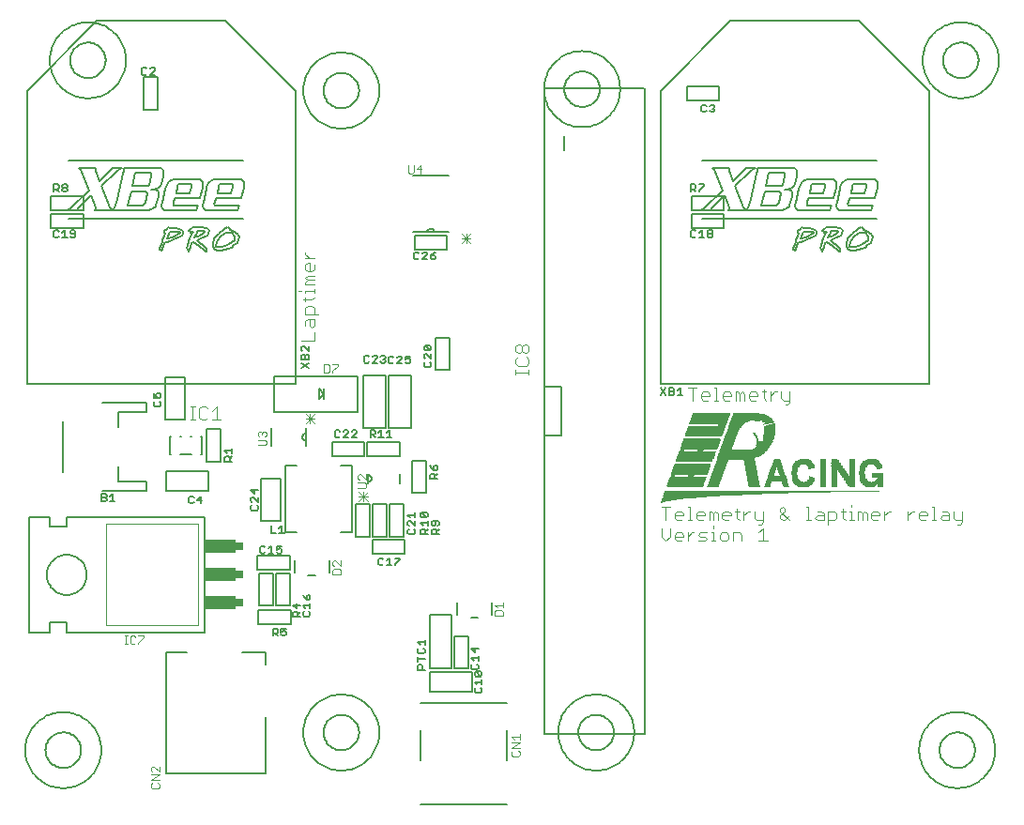
<source format=gto>
G75*
G70*
%OFA0B0*%
%FSLAX24Y24*%
%IPPOS*%
%LPD*%
%AMOC8*
5,1,8,0,0,1.08239X$1,22.5*
%
%ADD10C,0.0040*%
%ADD11R,0.0020X0.0010*%
%ADD12R,0.0040X0.0010*%
%ADD13R,0.0060X0.0010*%
%ADD14R,0.0100X0.0010*%
%ADD15R,0.0130X0.0010*%
%ADD16R,0.0170X0.0010*%
%ADD17R,0.0210X0.0010*%
%ADD18R,0.0270X0.0010*%
%ADD19R,0.0310X0.0010*%
%ADD20R,0.0380X0.0010*%
%ADD21R,0.0430X0.0010*%
%ADD22R,0.0510X0.0010*%
%ADD23R,0.0580X0.0010*%
%ADD24R,0.0660X0.0010*%
%ADD25R,0.0750X0.0010*%
%ADD26R,0.0850X0.0010*%
%ADD27R,0.0940X0.0010*%
%ADD28R,0.1050X0.0010*%
%ADD29R,0.1170X0.0010*%
%ADD30R,0.1280X0.0010*%
%ADD31R,0.1420X0.0010*%
%ADD32R,0.1550X0.0010*%
%ADD33R,0.1700X0.0010*%
%ADD34R,0.1860X0.0010*%
%ADD35R,0.2020X0.0010*%
%ADD36R,0.2190X0.0010*%
%ADD37R,0.2380X0.0010*%
%ADD38R,0.2580X0.0010*%
%ADD39R,0.2790X0.0010*%
%ADD40R,0.3020X0.0010*%
%ADD41R,0.3250X0.0010*%
%ADD42R,0.3500X0.0010*%
%ADD43R,0.3780X0.0010*%
%ADD44R,0.4060X0.0010*%
%ADD45R,0.4370X0.0010*%
%ADD46R,0.4700X0.0010*%
%ADD47R,0.5070X0.0010*%
%ADD48R,0.5460X0.0010*%
%ADD49R,0.5890X0.0010*%
%ADD50R,0.6380X0.0010*%
%ADD51R,0.6940X0.0010*%
%ADD52R,0.7620X0.0010*%
%ADD53R,0.0200X0.0010*%
%ADD54R,0.0180X0.0010*%
%ADD55R,0.0410X0.0010*%
%ADD56R,0.0400X0.0010*%
%ADD57R,0.0190X0.0010*%
%ADD58R,0.0280X0.0010*%
%ADD59R,0.0250X0.0010*%
%ADD60R,0.0160X0.0010*%
%ADD61R,0.1290X0.0010*%
%ADD62R,0.0420X0.0010*%
%ADD63R,0.0220X0.0010*%
%ADD64R,0.0340X0.0010*%
%ADD65R,0.0300X0.0010*%
%ADD66R,0.0390X0.0010*%
%ADD67R,0.1300X0.0010*%
%ADD68R,0.0470X0.0010*%
%ADD69R,0.0230X0.0010*%
%ADD70R,0.0490X0.0010*%
%ADD71R,0.0240X0.0010*%
%ADD72R,0.0530X0.0010*%
%ADD73R,0.0460X0.0010*%
%ADD74R,0.0550X0.0010*%
%ADD75R,0.0480X0.0010*%
%ADD76R,0.0570X0.0010*%
%ADD77R,0.0260X0.0010*%
%ADD78R,0.0500X0.0010*%
%ADD79R,0.0590X0.0010*%
%ADD80R,0.0520X0.0010*%
%ADD81R,0.0610X0.0010*%
%ADD82R,0.0540X0.0010*%
%ADD83R,0.0630X0.0010*%
%ADD84R,0.0650X0.0010*%
%ADD85R,0.0290X0.0010*%
%ADD86R,0.0760X0.0010*%
%ADD87R,0.0680X0.0010*%
%ADD88R,0.0700X0.0010*%
%ADD89R,0.0770X0.0010*%
%ADD90R,0.0320X0.0010*%
%ADD91R,0.0370X0.0010*%
%ADD92R,0.0330X0.0010*%
%ADD93R,0.0350X0.0010*%
%ADD94R,0.0740X0.0010*%
%ADD95R,0.0730X0.0010*%
%ADD96R,0.0360X0.0010*%
%ADD97R,0.0720X0.0010*%
%ADD98R,0.0710X0.0010*%
%ADD99R,0.0690X0.0010*%
%ADD100R,0.0670X0.0010*%
%ADD101R,0.0150X0.0010*%
%ADD102R,0.0110X0.0010*%
%ADD103R,0.0640X0.0010*%
%ADD104R,0.0050X0.0010*%
%ADD105R,0.0440X0.0010*%
%ADD106R,0.0010X0.0010*%
%ADD107R,0.0450X0.0010*%
%ADD108R,0.0030X0.0010*%
%ADD109R,0.0070X0.0010*%
%ADD110R,0.0120X0.0010*%
%ADD111R,0.0620X0.0010*%
%ADD112R,0.1350X0.0010*%
%ADD113R,0.1340X0.0010*%
%ADD114R,0.1330X0.0010*%
%ADD115R,0.1310X0.0010*%
%ADD116R,0.1320X0.0010*%
%ADD117R,0.1360X0.0010*%
%ADD118R,0.1400X0.0010*%
%ADD119R,0.1440X0.0010*%
%ADD120R,0.1450X0.0010*%
%ADD121R,0.1470X0.0010*%
%ADD122R,0.1480X0.0010*%
%ADD123R,0.1500X0.0010*%
%ADD124R,0.1520X0.0010*%
%ADD125R,0.1540X0.0010*%
%ADD126R,0.1560X0.0010*%
%ADD127R,0.1570X0.0010*%
%ADD128R,0.1580X0.0010*%
%ADD129R,0.1600X0.0010*%
%ADD130R,0.1610X0.0010*%
%ADD131R,0.1620X0.0010*%
%ADD132R,0.1630X0.0010*%
%ADD133R,0.1640X0.0010*%
%ADD134R,0.1650X0.0010*%
%ADD135R,0.1660X0.0010*%
%ADD136R,0.0080X0.0010*%
%ADD137R,0.0090X0.0010*%
%ADD138R,0.0600X0.0010*%
%ADD139R,0.1080X0.0010*%
%ADD140R,0.1120X0.0010*%
%ADD141R,0.1460X0.0010*%
%ADD142R,0.1430X0.0010*%
%ADD143R,0.1390X0.0010*%
%ADD144R,0.1380X0.0010*%
%ADD145R,0.1270X0.0010*%
%ADD146R,0.1240X0.0010*%
%ADD147R,0.1210X0.0010*%
%ADD148R,0.1180X0.0010*%
%ADD149R,0.1150X0.0010*%
%ADD150R,0.1110X0.0010*%
%ADD151R,0.1060X0.0010*%
%ADD152R,0.1010X0.0010*%
%ADD153R,0.0910X0.0010*%
%ADD154C,0.0080*%
%ADD155C,0.0060*%
%ADD156C,0.0050*%
%ADD157C,0.0030*%
%ADD158C,0.0020*%
%ADD159R,0.0250X0.0300*%
%ADD160R,0.1100X0.0500*%
D10*
X006370Y014370D02*
X006523Y014370D01*
X006447Y014370D02*
X006447Y014830D01*
X006523Y014830D02*
X006370Y014830D01*
X006677Y014754D02*
X006677Y014447D01*
X006754Y014370D01*
X006907Y014370D01*
X006984Y014447D01*
X007137Y014370D02*
X007444Y014370D01*
X007291Y014370D02*
X007291Y014830D01*
X007137Y014677D01*
X006984Y014754D02*
X006907Y014830D01*
X006754Y014830D01*
X006677Y014754D01*
X010295Y017170D02*
X010755Y017170D01*
X010755Y017477D01*
X010678Y017630D02*
X010602Y017707D01*
X010602Y017937D01*
X010525Y017937D02*
X010755Y017937D01*
X010755Y017707D01*
X010678Y017630D01*
X010448Y017707D02*
X010448Y017861D01*
X010525Y017937D01*
X010448Y018091D02*
X010448Y018321D01*
X010525Y018398D01*
X010678Y018398D01*
X010755Y018321D01*
X010755Y018091D01*
X010908Y018091D02*
X010448Y018091D01*
X010448Y018551D02*
X010448Y018705D01*
X010371Y018628D02*
X010678Y018628D01*
X010755Y018705D01*
X010755Y018858D02*
X010755Y019012D01*
X010755Y018935D02*
X010448Y018935D01*
X010448Y018858D01*
X010295Y018935D02*
X010218Y018935D01*
X010448Y019165D02*
X010448Y019242D01*
X010525Y019318D01*
X010448Y019395D01*
X010525Y019472D01*
X010755Y019472D01*
X010755Y019318D02*
X010525Y019318D01*
X010448Y019165D02*
X010755Y019165D01*
X010678Y019625D02*
X010525Y019625D01*
X010448Y019702D01*
X010448Y019856D01*
X010525Y019932D01*
X010602Y019932D01*
X010602Y019625D01*
X010678Y019625D02*
X010755Y019702D01*
X010755Y019856D01*
X010755Y020086D02*
X010448Y020086D01*
X010448Y020239D02*
X010448Y020316D01*
X010448Y020239D02*
X010602Y020086D01*
X017920Y016968D02*
X017996Y017044D01*
X018073Y017044D01*
X018150Y016968D01*
X018150Y016814D01*
X018073Y016737D01*
X017996Y016737D01*
X017920Y016814D01*
X017920Y016968D01*
X018150Y016968D02*
X018227Y017044D01*
X018303Y017044D01*
X018380Y016968D01*
X018380Y016814D01*
X018303Y016737D01*
X018227Y016737D01*
X018150Y016814D01*
X018303Y016584D02*
X018380Y016507D01*
X018380Y016354D01*
X018303Y016277D01*
X017996Y016277D01*
X017920Y016354D01*
X017920Y016507D01*
X017996Y016584D01*
X017920Y016123D02*
X017920Y015970D01*
X017920Y016047D02*
X018380Y016047D01*
X018380Y016123D02*
X018380Y015970D01*
X024045Y015505D02*
X024352Y015505D01*
X024198Y015505D02*
X024198Y015045D01*
X024505Y015122D02*
X024505Y015275D01*
X024582Y015352D01*
X024736Y015352D01*
X024812Y015275D01*
X024812Y015198D01*
X024505Y015198D01*
X024505Y015122D02*
X024582Y015045D01*
X024736Y015045D01*
X024966Y015045D02*
X025119Y015045D01*
X025043Y015045D02*
X025043Y015505D01*
X024966Y015505D01*
X025273Y015275D02*
X025349Y015352D01*
X025503Y015352D01*
X025580Y015275D01*
X025580Y015198D01*
X025273Y015198D01*
X025273Y015122D02*
X025273Y015275D01*
X025273Y015122D02*
X025349Y015045D01*
X025503Y015045D01*
X025733Y015045D02*
X025733Y015352D01*
X025810Y015352D01*
X025887Y015275D01*
X025963Y015352D01*
X026040Y015275D01*
X026040Y015045D01*
X025887Y015045D02*
X025887Y015275D01*
X026193Y015275D02*
X026270Y015352D01*
X026424Y015352D01*
X026500Y015275D01*
X026500Y015198D01*
X026193Y015198D01*
X026193Y015122D02*
X026193Y015275D01*
X026193Y015122D02*
X026270Y015045D01*
X026424Y015045D01*
X026731Y015122D02*
X026731Y015429D01*
X026654Y015352D02*
X026807Y015352D01*
X026961Y015352D02*
X026961Y015045D01*
X026961Y015198D02*
X027114Y015352D01*
X027191Y015352D01*
X027344Y015352D02*
X027344Y015122D01*
X027421Y015045D01*
X027651Y015045D01*
X027651Y014968D02*
X027575Y014892D01*
X027498Y014892D01*
X027651Y014968D02*
X027651Y015352D01*
X026807Y015045D02*
X026731Y015122D01*
X029852Y011337D02*
X029852Y011260D01*
X029852Y011107D02*
X029852Y010800D01*
X029776Y010800D02*
X029929Y010800D01*
X030083Y010800D02*
X030083Y011107D01*
X030159Y011107D01*
X030236Y011030D01*
X030313Y011107D01*
X030390Y011030D01*
X030390Y010800D01*
X030236Y010800D02*
X030236Y011030D01*
X030543Y011030D02*
X030620Y011107D01*
X030773Y011107D01*
X030850Y011030D01*
X030850Y010953D01*
X030543Y010953D01*
X030543Y010877D02*
X030543Y011030D01*
X030543Y010877D02*
X030620Y010800D01*
X030773Y010800D01*
X031003Y010800D02*
X031003Y011107D01*
X031003Y010953D02*
X031157Y011107D01*
X031234Y011107D01*
X031847Y011107D02*
X031847Y010800D01*
X031847Y010953D02*
X032001Y011107D01*
X032078Y011107D01*
X032231Y011030D02*
X032308Y011107D01*
X032461Y011107D01*
X032538Y011030D01*
X032538Y010953D01*
X032231Y010953D01*
X032231Y010877D02*
X032231Y011030D01*
X032231Y010877D02*
X032308Y010800D01*
X032461Y010800D01*
X032692Y010800D02*
X032845Y010800D01*
X032768Y010800D02*
X032768Y011260D01*
X032692Y011260D01*
X032998Y010877D02*
X033075Y010953D01*
X033305Y010953D01*
X033305Y011030D02*
X033305Y010800D01*
X033075Y010800D01*
X032998Y010877D01*
X033075Y011107D02*
X033229Y011107D01*
X033305Y011030D01*
X033459Y011107D02*
X033459Y010877D01*
X033536Y010800D01*
X033766Y010800D01*
X033766Y010723D02*
X033689Y010647D01*
X033612Y010647D01*
X033766Y010723D02*
X033766Y011107D01*
X029852Y011107D02*
X029776Y011107D01*
X029622Y011107D02*
X029469Y011107D01*
X029545Y011184D02*
X029545Y010877D01*
X029622Y010800D01*
X029315Y010877D02*
X029315Y011030D01*
X029239Y011107D01*
X029008Y011107D01*
X029008Y010647D01*
X029008Y010800D02*
X029239Y010800D01*
X029315Y010877D01*
X028855Y010953D02*
X028625Y010953D01*
X028548Y010877D01*
X028625Y010800D01*
X028855Y010800D01*
X028855Y011030D01*
X028778Y011107D01*
X028625Y011107D01*
X028318Y011260D02*
X028318Y010800D01*
X028241Y010800D02*
X028395Y010800D01*
X028318Y011260D02*
X028241Y011260D01*
X027627Y010953D02*
X027474Y010800D01*
X027397Y010800D01*
X027320Y010877D01*
X027320Y010953D01*
X027474Y011107D01*
X027474Y011184D01*
X027397Y011260D01*
X027320Y011184D01*
X027320Y011107D01*
X027627Y010800D01*
X026706Y010800D02*
X026476Y010800D01*
X026399Y010877D01*
X026399Y011107D01*
X026246Y011107D02*
X026169Y011107D01*
X026016Y010953D01*
X026016Y010800D02*
X026016Y011107D01*
X025862Y011107D02*
X025709Y011107D01*
X025786Y011184D02*
X025786Y010877D01*
X025862Y010800D01*
X025555Y010953D02*
X025555Y011030D01*
X025479Y011107D01*
X025325Y011107D01*
X025248Y011030D01*
X025248Y010877D01*
X025325Y010800D01*
X025479Y010800D01*
X025555Y010953D02*
X025248Y010953D01*
X025095Y011030D02*
X025095Y010800D01*
X024942Y010800D02*
X024942Y011030D01*
X025018Y011107D01*
X025095Y011030D01*
X024942Y011030D02*
X024865Y011107D01*
X024788Y011107D01*
X024788Y010800D01*
X024635Y010953D02*
X024328Y010953D01*
X024328Y010877D02*
X024328Y011030D01*
X024404Y011107D01*
X024558Y011107D01*
X024635Y011030D01*
X024635Y010953D01*
X024558Y010800D02*
X024404Y010800D01*
X024328Y010877D01*
X024174Y010800D02*
X024021Y010800D01*
X024098Y010800D02*
X024098Y011260D01*
X024021Y011260D01*
X023867Y011030D02*
X023867Y010953D01*
X023560Y010953D01*
X023560Y010877D02*
X023560Y011030D01*
X023637Y011107D01*
X023791Y011107D01*
X023867Y011030D01*
X023791Y010800D02*
X023637Y010800D01*
X023560Y010877D01*
X023253Y010800D02*
X023253Y011260D01*
X023100Y011260D02*
X023407Y011260D01*
X023407Y010510D02*
X023407Y010203D01*
X023253Y010050D01*
X023100Y010203D01*
X023100Y010510D01*
X023560Y010280D02*
X023637Y010357D01*
X023791Y010357D01*
X023867Y010280D01*
X023867Y010203D01*
X023560Y010203D01*
X023560Y010127D02*
X023560Y010280D01*
X023560Y010127D02*
X023637Y010050D01*
X023791Y010050D01*
X024021Y010050D02*
X024021Y010357D01*
X024174Y010357D02*
X024021Y010203D01*
X024174Y010357D02*
X024251Y010357D01*
X024404Y010280D02*
X024481Y010357D01*
X024711Y010357D01*
X024865Y010357D02*
X024942Y010357D01*
X024942Y010050D01*
X025018Y010050D02*
X024865Y010050D01*
X024711Y010127D02*
X024635Y010050D01*
X024404Y010050D01*
X024481Y010203D02*
X024404Y010280D01*
X024481Y010203D02*
X024635Y010203D01*
X024711Y010127D01*
X024942Y010510D02*
X024942Y010587D01*
X025248Y010357D02*
X025172Y010280D01*
X025172Y010127D01*
X025248Y010050D01*
X025402Y010050D01*
X025479Y010127D01*
X025479Y010280D01*
X025402Y010357D01*
X025248Y010357D01*
X025632Y010357D02*
X025632Y010050D01*
X025632Y010357D02*
X025862Y010357D01*
X025939Y010280D01*
X025939Y010050D01*
X026553Y010050D02*
X026860Y010050D01*
X026706Y010050D02*
X026706Y010510D01*
X026553Y010357D01*
X026553Y010647D02*
X026630Y010647D01*
X026706Y010723D01*
X026706Y011107D01*
D11*
X026375Y013880D03*
X023095Y011400D03*
D12*
X023105Y011410D03*
X026495Y013610D03*
X026495Y013620D03*
X026385Y013860D03*
X028355Y012590D03*
D13*
X026515Y013570D03*
X026505Y013580D03*
X026495Y013630D03*
X026495Y013640D03*
X026495Y013650D03*
X026395Y013840D03*
X023125Y011420D03*
D14*
X023145Y011430D03*
X026515Y014300D03*
X028385Y012610D03*
D15*
X023160Y011440D03*
D16*
X023190Y011450D03*
D17*
X023210Y011460D03*
X027190Y012930D03*
X027300Y012630D03*
X027310Y012600D03*
X027320Y012570D03*
X027330Y012550D03*
X027330Y012540D03*
X027340Y012520D03*
X027340Y012510D03*
X027350Y012490D03*
X027350Y012480D03*
X027360Y012460D03*
X027360Y012450D03*
X027370Y012430D03*
X027370Y012420D03*
X027380Y012400D03*
X027380Y012390D03*
X027390Y012380D03*
X027390Y012370D03*
X027390Y012360D03*
X027400Y012350D03*
X027400Y012340D03*
X027460Y012160D03*
X027470Y012130D03*
X027480Y012100D03*
X027490Y012070D03*
X027530Y011960D03*
X027820Y012390D03*
X027820Y012400D03*
X027820Y012410D03*
X027820Y012420D03*
X027820Y012470D03*
X027820Y012480D03*
X027820Y012490D03*
X027820Y012500D03*
X029240Y012500D03*
X029240Y012510D03*
X029240Y012520D03*
X029240Y012530D03*
X029240Y012540D03*
X029240Y012550D03*
X029240Y012560D03*
X029240Y012490D03*
X029240Y012480D03*
X029240Y012470D03*
X029240Y012460D03*
X029240Y012450D03*
X029240Y012440D03*
X029240Y012430D03*
X029240Y012420D03*
X029240Y012410D03*
X029240Y012400D03*
X029240Y012390D03*
X029240Y012380D03*
X029240Y012370D03*
X029240Y012360D03*
X029240Y012350D03*
X029240Y012340D03*
X029240Y012330D03*
X029240Y012320D03*
X029240Y012310D03*
X029240Y012300D03*
X029240Y012290D03*
X029240Y012280D03*
X029240Y012270D03*
X029240Y012260D03*
X029240Y012250D03*
X029240Y012240D03*
X029240Y012230D03*
X029240Y012220D03*
X029240Y012210D03*
X029240Y012200D03*
X029240Y012190D03*
X029240Y012180D03*
X029240Y012170D03*
X029240Y012160D03*
X029240Y012150D03*
X029240Y012140D03*
X029240Y012130D03*
X029240Y012120D03*
X029240Y012110D03*
X029240Y012100D03*
X029240Y012090D03*
X029240Y012080D03*
X029240Y012070D03*
X029240Y012060D03*
X029240Y012050D03*
X029240Y012040D03*
X029240Y012030D03*
X029240Y012020D03*
X029240Y012010D03*
X029240Y012000D03*
X029240Y011990D03*
X029240Y011980D03*
X029240Y011970D03*
X029860Y011970D03*
X029860Y012340D03*
X029860Y012350D03*
X029860Y012360D03*
X029860Y012370D03*
X029860Y012380D03*
X029860Y012390D03*
X029860Y012400D03*
X029860Y012410D03*
X029860Y012420D03*
X029860Y012430D03*
X029860Y012440D03*
X029860Y012450D03*
X029860Y012460D03*
X029860Y012470D03*
X029860Y012480D03*
X029860Y012490D03*
X029860Y012500D03*
X029860Y012510D03*
X029860Y012520D03*
X029860Y012530D03*
X029860Y012540D03*
X029860Y012550D03*
X029860Y012560D03*
X029860Y012570D03*
X029860Y012580D03*
X029860Y012590D03*
X029860Y012600D03*
X029860Y012610D03*
X029860Y012620D03*
X029860Y012630D03*
X029860Y012640D03*
X029860Y012650D03*
X029860Y012660D03*
X029860Y012670D03*
X029860Y012680D03*
X029860Y012690D03*
X029860Y012700D03*
X029860Y012710D03*
X029860Y012720D03*
X029860Y012730D03*
X029860Y012740D03*
X029860Y012750D03*
X029860Y012760D03*
X029860Y012770D03*
X029860Y012780D03*
X029860Y012790D03*
X029860Y012800D03*
X029860Y012810D03*
X029860Y012820D03*
X029860Y012830D03*
X029860Y012840D03*
X029860Y012850D03*
X029860Y012860D03*
X029860Y012870D03*
X029860Y012880D03*
X029860Y012890D03*
X029860Y012900D03*
X029860Y012910D03*
X029860Y012920D03*
X029250Y012930D03*
X030220Y012510D03*
X030220Y012500D03*
X030220Y012400D03*
X030860Y012280D03*
X030860Y012270D03*
X027020Y014150D03*
D18*
X027190Y012840D03*
X027910Y012740D03*
X027920Y012750D03*
X028370Y012750D03*
X028380Y012740D03*
X027920Y012140D03*
X029270Y012850D03*
X029270Y012860D03*
X029830Y012060D03*
X029830Y012050D03*
X030300Y012160D03*
X030310Y012150D03*
X030830Y012170D03*
X030770Y012750D03*
X030310Y012740D03*
X025260Y014200D03*
X025240Y014150D03*
X025230Y014120D03*
X023240Y011470D03*
D19*
X023270Y011480D03*
X026980Y014120D03*
X027190Y012790D03*
X027190Y012780D03*
X028340Y012120D03*
X029290Y012790D03*
X029290Y012800D03*
X029810Y012120D03*
X029810Y012110D03*
X030340Y012760D03*
X030810Y012140D03*
D20*
X030775Y012290D03*
X030775Y012300D03*
X030775Y012310D03*
X030775Y012320D03*
X030775Y012330D03*
X030775Y012340D03*
X030775Y012350D03*
X030775Y012360D03*
X030775Y012370D03*
X030775Y012380D03*
X030775Y012390D03*
X030775Y012400D03*
X030775Y012410D03*
X030775Y012420D03*
X030775Y012430D03*
X030775Y012440D03*
X030515Y011990D03*
X029775Y012220D03*
X029325Y012690D03*
X027195Y012690D03*
X027195Y012680D03*
X026845Y013560D03*
X026915Y013740D03*
X026915Y013750D03*
X026915Y013760D03*
X026885Y014280D03*
X026885Y014290D03*
X025535Y013700D03*
X025525Y013670D03*
X025515Y013650D03*
X025505Y013620D03*
X025495Y013600D03*
X025495Y013590D03*
X025485Y013570D03*
X025485Y013560D03*
X025475Y013550D03*
X025475Y013540D03*
X025465Y013520D03*
X025465Y013510D03*
X025455Y013490D03*
X025455Y013480D03*
X025445Y013460D03*
X025445Y013450D03*
X025435Y013440D03*
X025435Y013430D03*
X025435Y013420D03*
X025425Y013410D03*
X025425Y013400D03*
X025415Y013380D03*
X025415Y013370D03*
X025405Y013350D03*
X025405Y013340D03*
X025395Y013330D03*
X025395Y013320D03*
X025395Y013310D03*
X025385Y013300D03*
X025385Y013290D03*
X023305Y011490D03*
D21*
X023340Y011500D03*
X025400Y013280D03*
X025680Y014050D03*
X025690Y014070D03*
X025700Y014090D03*
X028150Y012900D03*
X028150Y011990D03*
X029350Y012610D03*
X029750Y012300D03*
X029750Y012290D03*
X030510Y012010D03*
X030550Y012900D03*
D22*
X030550Y012870D03*
X026730Y013460D03*
X026730Y013470D03*
X026610Y013290D03*
X025780Y014210D03*
X023380Y011510D03*
D23*
X023415Y011520D03*
X026555Y013260D03*
D24*
X027195Y012290D03*
X028145Y012090D03*
X028145Y012800D03*
X030545Y012800D03*
X025885Y014300D03*
X023465Y011530D03*
D25*
X023510Y011540D03*
X030590Y012080D03*
D26*
X025610Y013260D03*
X023560Y011550D03*
D27*
X023615Y011560D03*
D28*
X023670Y011570D03*
D29*
X023730Y011580D03*
D30*
X023795Y011590D03*
X026255Y014460D03*
D31*
X026295Y014380D03*
X023865Y011600D03*
D32*
X023940Y011610D03*
X025900Y013110D03*
D33*
X024015Y011620D03*
D34*
X024095Y011630D03*
D35*
X024185Y011640D03*
D36*
X024270Y011650D03*
D37*
X024365Y011660D03*
D38*
X024475Y011670D03*
D39*
X024580Y011680D03*
D40*
X024695Y011690D03*
D41*
X024820Y011700D03*
D42*
X024945Y011710D03*
D43*
X025085Y011720D03*
D44*
X025235Y011730D03*
D45*
X025390Y011740D03*
D46*
X025565Y011750D03*
D47*
X025750Y011760D03*
D48*
X025945Y011770D03*
D49*
X026170Y011780D03*
D50*
X026415Y011790D03*
D51*
X026695Y011800D03*
D52*
X027045Y011810D03*
D53*
X026855Y011980D03*
X026855Y011990D03*
X026865Y012000D03*
X026865Y012010D03*
X026865Y012020D03*
X026875Y012030D03*
X026875Y012040D03*
X026875Y012050D03*
X026885Y012060D03*
X026885Y012070D03*
X026885Y012080D03*
X026895Y012090D03*
X026895Y012100D03*
X026895Y012110D03*
X026905Y012120D03*
X026905Y012130D03*
X026915Y012150D03*
X026915Y012160D03*
X026985Y012360D03*
X026995Y012380D03*
X026995Y012390D03*
X027005Y012410D03*
X027005Y012420D03*
X027015Y012440D03*
X027015Y012450D03*
X027025Y012470D03*
X027035Y012500D03*
X027045Y012530D03*
X027055Y012560D03*
X027065Y012590D03*
X027075Y012620D03*
X027085Y012640D03*
X027295Y012640D03*
X027295Y012650D03*
X027305Y012620D03*
X027305Y012610D03*
X027315Y012590D03*
X027315Y012580D03*
X027325Y012560D03*
X027335Y012530D03*
X027345Y012500D03*
X027355Y012470D03*
X027365Y012440D03*
X027375Y012410D03*
X028155Y011950D03*
X028445Y012280D03*
X028825Y011960D03*
X028825Y012930D03*
X028155Y012940D03*
X026865Y014220D03*
X030555Y012940D03*
X030825Y012630D03*
D54*
X030875Y012070D03*
X030875Y012060D03*
X030875Y012050D03*
X030875Y012040D03*
X030875Y012030D03*
X030875Y012020D03*
X030875Y012010D03*
X030875Y012000D03*
X030875Y011990D03*
X030875Y011980D03*
X030875Y011970D03*
X030525Y011950D03*
X028415Y012630D03*
X027035Y014160D03*
X024495Y013300D03*
X024145Y012340D03*
D55*
X024960Y012070D03*
X024970Y012100D03*
X024980Y012120D03*
X024990Y012150D03*
X025000Y012180D03*
X025010Y012210D03*
X025030Y012260D03*
X025040Y012290D03*
X025050Y012320D03*
X025070Y012370D03*
X025080Y012400D03*
X025090Y012430D03*
X025110Y012480D03*
X025120Y012510D03*
X025130Y012540D03*
X025150Y012590D03*
X025160Y012620D03*
X025170Y012650D03*
X025200Y012730D03*
X025210Y012760D03*
X025240Y012840D03*
X025250Y012870D03*
X026220Y012890D03*
X026220Y012900D03*
X026230Y012840D03*
X026230Y012830D03*
X026240Y012790D03*
X026240Y012780D03*
X026250Y012740D03*
X026250Y012730D03*
X026250Y012720D03*
X026260Y012680D03*
X026260Y012670D03*
X026270Y012630D03*
X026270Y012620D03*
X026280Y012580D03*
X026280Y012570D03*
X026280Y012560D03*
X026290Y012520D03*
X026290Y012510D03*
X026300Y012470D03*
X026300Y012460D03*
X026300Y012450D03*
X026310Y012420D03*
X026310Y012410D03*
X026310Y012400D03*
X026320Y012360D03*
X026320Y012350D03*
X026330Y012310D03*
X026330Y012300D03*
X026330Y012290D03*
X026340Y012250D03*
X026340Y012240D03*
X026350Y012200D03*
X026350Y012190D03*
X026350Y012180D03*
X026360Y012150D03*
X026360Y012140D03*
X026360Y012130D03*
X026370Y012090D03*
X026370Y012080D03*
X026380Y012040D03*
X026380Y012030D03*
X026380Y012020D03*
X026390Y011990D03*
X026390Y011980D03*
X026390Y011970D03*
X024950Y012040D03*
X024940Y012010D03*
X024930Y011990D03*
X024920Y011960D03*
X025630Y013940D03*
X025640Y013960D03*
X025640Y013970D03*
X025650Y013980D03*
X025650Y013990D03*
X025660Y014010D03*
X026930Y014080D03*
X026940Y014060D03*
X026940Y014050D03*
X026940Y014040D03*
X026940Y014030D03*
X026940Y014020D03*
X026940Y014010D03*
X026940Y014000D03*
X026940Y013990D03*
X026940Y013980D03*
X026940Y013970D03*
X026940Y013960D03*
X026940Y013950D03*
X026940Y013940D03*
X026940Y013930D03*
X029340Y012650D03*
X029340Y012640D03*
X029760Y012270D03*
X029760Y012260D03*
X030510Y012000D03*
D56*
X029765Y012250D03*
X029335Y012660D03*
X027195Y012660D03*
X026315Y012390D03*
X026315Y012380D03*
X026315Y012370D03*
X026325Y012340D03*
X026325Y012330D03*
X026325Y012320D03*
X026335Y012280D03*
X026335Y012270D03*
X026335Y012260D03*
X026345Y012230D03*
X026345Y012220D03*
X026345Y012210D03*
X026355Y012170D03*
X026355Y012160D03*
X026365Y012120D03*
X026365Y012110D03*
X026365Y012100D03*
X026375Y012070D03*
X026375Y012060D03*
X026375Y012050D03*
X026385Y012010D03*
X026385Y012000D03*
X026395Y011960D03*
X026305Y012430D03*
X026305Y012440D03*
X026295Y012480D03*
X026295Y012490D03*
X026295Y012500D03*
X026285Y012530D03*
X026285Y012540D03*
X026285Y012550D03*
X026275Y012590D03*
X026275Y012600D03*
X026275Y012610D03*
X026265Y012640D03*
X026265Y012650D03*
X026265Y012660D03*
X026255Y012690D03*
X026255Y012700D03*
X026255Y012710D03*
X026245Y012750D03*
X026245Y012760D03*
X026245Y012770D03*
X026235Y012800D03*
X026235Y012810D03*
X026235Y012820D03*
X026225Y012850D03*
X026225Y012860D03*
X026225Y012870D03*
X026225Y012880D03*
X026215Y012910D03*
X026215Y012920D03*
X025575Y013800D03*
X025585Y013830D03*
X025595Y013850D03*
X025595Y013860D03*
X025605Y013870D03*
X025605Y013880D03*
X025615Y013890D03*
X025615Y013900D03*
X025615Y013910D03*
X025625Y013920D03*
X025625Y013930D03*
X025635Y013950D03*
X026885Y014270D03*
X026935Y013920D03*
X026935Y013910D03*
X026935Y013900D03*
X026935Y013890D03*
X026935Y013880D03*
X026935Y013870D03*
X026935Y013860D03*
X026925Y013810D03*
D57*
X026510Y014310D03*
X027090Y012650D03*
X027080Y012630D03*
X027070Y012610D03*
X027070Y012600D03*
X027060Y012580D03*
X027060Y012570D03*
X027050Y012550D03*
X027050Y012540D03*
X027040Y012520D03*
X027040Y012510D03*
X027030Y012490D03*
X027030Y012480D03*
X027020Y012460D03*
X027010Y012430D03*
X027000Y012400D03*
X026990Y012370D03*
X026980Y012350D03*
X026980Y012340D03*
X026920Y012170D03*
X026910Y012140D03*
X026850Y011970D03*
X026850Y011960D03*
X029240Y011960D03*
X029860Y011960D03*
X029860Y012930D03*
X024490Y013280D03*
X024490Y013290D03*
X024480Y013270D03*
X024480Y013260D03*
X024480Y013250D03*
X024470Y013240D03*
X024470Y013230D03*
X024470Y013220D03*
X024170Y012400D03*
X024160Y012390D03*
X024160Y012380D03*
X024160Y012370D03*
X024150Y012360D03*
X024150Y012350D03*
X024140Y012330D03*
X024140Y012320D03*
D58*
X025235Y014130D03*
X025235Y014140D03*
X025245Y014160D03*
X025245Y014170D03*
X025255Y014180D03*
X025255Y014190D03*
X026925Y014240D03*
X026995Y014130D03*
X027195Y012830D03*
X027195Y012820D03*
X028155Y012930D03*
X028365Y012130D03*
X028155Y011960D03*
X029275Y012840D03*
X029825Y012070D03*
X030325Y012750D03*
X030555Y012930D03*
X030755Y012760D03*
X030825Y012160D03*
D59*
X030840Y012190D03*
X030520Y011960D03*
X030290Y012170D03*
X030280Y012180D03*
X030280Y012190D03*
X030270Y012200D03*
X030290Y012720D03*
X030300Y012730D03*
X030780Y012740D03*
X030790Y012730D03*
X029840Y012030D03*
X029610Y012360D03*
X029590Y012390D03*
X029570Y012420D03*
X029550Y012450D03*
X029530Y012480D03*
X029510Y012510D03*
X029490Y012540D03*
X029260Y012880D03*
X029260Y012890D03*
X028400Y012720D03*
X028390Y012730D03*
X027900Y012730D03*
X027890Y012720D03*
X027890Y012170D03*
X028390Y012150D03*
X027190Y012870D03*
D60*
X023845Y013300D03*
X023835Y013270D03*
X023825Y013250D03*
X023825Y013240D03*
X023815Y013220D03*
X023505Y012360D03*
X030875Y011960D03*
D61*
X024220Y012750D03*
X024180Y012640D03*
X024140Y012530D03*
X024130Y012500D03*
X024100Y012420D03*
X024060Y012310D03*
X024050Y012280D03*
X024040Y012250D03*
X024020Y012200D03*
X024010Y012170D03*
X024000Y012140D03*
X023980Y012090D03*
X023970Y012060D03*
X023960Y012030D03*
X023950Y012000D03*
X023940Y011980D03*
X023940Y011970D03*
D62*
X024925Y011970D03*
X024925Y011980D03*
X024935Y012000D03*
X024945Y012020D03*
X024945Y012030D03*
X024955Y012050D03*
X024955Y012060D03*
X024965Y012080D03*
X024965Y012090D03*
X024975Y012110D03*
X024985Y012130D03*
X024985Y012140D03*
X024995Y012160D03*
X024995Y012170D03*
X025005Y012190D03*
X025005Y012200D03*
X025015Y012220D03*
X025015Y012230D03*
X025025Y012240D03*
X025025Y012250D03*
X025035Y012270D03*
X025035Y012280D03*
X025045Y012300D03*
X025045Y012310D03*
X025055Y012330D03*
X025055Y012340D03*
X025065Y012350D03*
X025065Y012360D03*
X025075Y012380D03*
X025075Y012390D03*
X025085Y012410D03*
X025085Y012420D03*
X025095Y012440D03*
X025095Y012450D03*
X025105Y012460D03*
X025105Y012470D03*
X025115Y012490D03*
X025115Y012500D03*
X025125Y012520D03*
X025125Y012530D03*
X025135Y012550D03*
X025135Y012560D03*
X025145Y012570D03*
X025145Y012580D03*
X025155Y012600D03*
X025155Y012610D03*
X025165Y012630D03*
X025165Y012640D03*
X025175Y012660D03*
X025175Y012670D03*
X025185Y012680D03*
X025185Y012690D03*
X025185Y012700D03*
X025195Y012710D03*
X025195Y012720D03*
X025205Y012740D03*
X025205Y012750D03*
X025215Y012770D03*
X025215Y012780D03*
X025225Y012790D03*
X025225Y012800D03*
X025225Y012810D03*
X025235Y012820D03*
X025235Y012830D03*
X025245Y012850D03*
X025245Y012860D03*
X025255Y012880D03*
X025255Y012890D03*
X025265Y012900D03*
X025265Y012910D03*
X025265Y012920D03*
X025655Y014000D03*
X025665Y014020D03*
X025675Y014030D03*
X025675Y014040D03*
X025685Y014060D03*
X026935Y014070D03*
X029345Y012630D03*
X029345Y012620D03*
X029755Y012280D03*
D63*
X029855Y011990D03*
X029855Y011980D03*
X030215Y012410D03*
X030215Y012420D03*
X030215Y012430D03*
X030215Y012440D03*
X030215Y012450D03*
X030215Y012460D03*
X030215Y012470D03*
X030215Y012480D03*
X030215Y012490D03*
X030225Y012520D03*
X030225Y012530D03*
X030225Y012540D03*
X030225Y012550D03*
X030225Y012560D03*
X030225Y012570D03*
X030235Y012580D03*
X030235Y012590D03*
X030235Y012600D03*
X030235Y012610D03*
X030245Y012630D03*
X030225Y012390D03*
X030225Y012380D03*
X030225Y012370D03*
X030225Y012360D03*
X030225Y012350D03*
X030225Y012340D03*
X030225Y012330D03*
X030235Y012310D03*
X030235Y012300D03*
X030235Y012290D03*
X030245Y012260D03*
X030855Y012260D03*
X030855Y012250D03*
X030855Y012240D03*
X030835Y012640D03*
X030835Y012650D03*
X030825Y012660D03*
X030825Y012670D03*
X028825Y012670D03*
X028825Y012680D03*
X028825Y012690D03*
X028825Y012700D03*
X028825Y012710D03*
X028825Y012720D03*
X028825Y012730D03*
X028825Y012740D03*
X028825Y012750D03*
X028825Y012760D03*
X028825Y012770D03*
X028825Y012780D03*
X028825Y012790D03*
X028825Y012800D03*
X028825Y012810D03*
X028825Y012820D03*
X028825Y012830D03*
X028825Y012840D03*
X028825Y012850D03*
X028825Y012860D03*
X028825Y012870D03*
X028825Y012880D03*
X028825Y012890D03*
X028825Y012900D03*
X028825Y012910D03*
X028825Y012920D03*
X028825Y012660D03*
X028825Y012650D03*
X028825Y012640D03*
X028825Y012630D03*
X028825Y012620D03*
X028825Y012610D03*
X028825Y012600D03*
X028825Y012590D03*
X028825Y012580D03*
X028825Y012570D03*
X028825Y012560D03*
X028825Y012550D03*
X028825Y012540D03*
X028825Y012530D03*
X028825Y012520D03*
X028825Y012510D03*
X028825Y012500D03*
X028825Y012490D03*
X028825Y012480D03*
X028825Y012470D03*
X028825Y012460D03*
X028825Y012450D03*
X028825Y012440D03*
X028825Y012430D03*
X028825Y012420D03*
X028825Y012410D03*
X028825Y012400D03*
X028825Y012390D03*
X028825Y012380D03*
X028825Y012370D03*
X028825Y012360D03*
X028825Y012350D03*
X028825Y012340D03*
X028825Y012330D03*
X028825Y012320D03*
X028825Y012310D03*
X028825Y012300D03*
X028825Y012290D03*
X028825Y012280D03*
X028825Y012270D03*
X028825Y012260D03*
X028825Y012250D03*
X028825Y012240D03*
X028825Y012230D03*
X028825Y012220D03*
X028825Y012210D03*
X028825Y012200D03*
X028825Y012190D03*
X028825Y012180D03*
X028825Y012170D03*
X028825Y012160D03*
X028825Y012150D03*
X028825Y012140D03*
X028825Y012130D03*
X028825Y012120D03*
X028825Y012110D03*
X028825Y012100D03*
X028825Y012090D03*
X028825Y012080D03*
X028825Y012070D03*
X028825Y012060D03*
X028825Y012050D03*
X028825Y012040D03*
X028825Y012030D03*
X028825Y012020D03*
X028825Y012010D03*
X028825Y012000D03*
X028825Y011990D03*
X028825Y011980D03*
X028825Y011970D03*
X028445Y012250D03*
X028445Y012260D03*
X028445Y012270D03*
X028435Y012240D03*
X028435Y012230D03*
X028425Y012210D03*
X028435Y012640D03*
X027845Y012630D03*
X027845Y012620D03*
X027835Y012610D03*
X027835Y012600D03*
X027835Y012590D03*
X027835Y012580D03*
X027825Y012570D03*
X027825Y012560D03*
X027825Y012550D03*
X027825Y012540D03*
X027825Y012530D03*
X027825Y012520D03*
X027825Y012510D03*
X027815Y012460D03*
X027815Y012450D03*
X027815Y012440D03*
X027815Y012430D03*
X027825Y012380D03*
X027825Y012370D03*
X027825Y012360D03*
X027825Y012350D03*
X027825Y012340D03*
X027825Y012330D03*
X027825Y012320D03*
X027835Y012310D03*
X027835Y012300D03*
X027835Y012290D03*
X027845Y012260D03*
X027475Y012120D03*
X027475Y012110D03*
X027485Y012090D03*
X027485Y012080D03*
X027495Y012060D03*
X027495Y012050D03*
X027505Y012040D03*
X027505Y012030D03*
X027505Y012020D03*
X027515Y012010D03*
X027515Y012000D03*
X027515Y011990D03*
X027525Y011980D03*
X027525Y011970D03*
X027465Y012140D03*
X027465Y012150D03*
X027455Y012170D03*
X027195Y012910D03*
X027195Y012920D03*
D64*
X027195Y012750D03*
X027195Y012740D03*
X028155Y012920D03*
X028155Y011970D03*
X029305Y012750D03*
X029795Y012160D03*
X030355Y012120D03*
X030515Y011980D03*
X030555Y012920D03*
X026875Y014330D03*
D65*
X027195Y012800D03*
X027935Y012760D03*
X029285Y012810D03*
X029815Y012100D03*
X030335Y012130D03*
X030515Y011970D03*
D66*
X029770Y012230D03*
X029770Y012240D03*
X029330Y012670D03*
X029330Y012680D03*
X028150Y012910D03*
X028150Y011980D03*
X027190Y012670D03*
X026920Y013770D03*
X026920Y013780D03*
X026920Y013790D03*
X026920Y013800D03*
X026930Y013820D03*
X026930Y013830D03*
X026930Y013840D03*
X026930Y013850D03*
X026940Y014090D03*
X026890Y014260D03*
X025590Y013840D03*
X025580Y013820D03*
X025580Y013810D03*
X025570Y013790D03*
X025570Y013780D03*
X025560Y013770D03*
X025560Y013760D03*
X025550Y013750D03*
X025550Y013740D03*
X025550Y013730D03*
X025540Y013720D03*
X025540Y013710D03*
X025530Y013690D03*
X025530Y013680D03*
X025520Y013660D03*
X025510Y013640D03*
X025510Y013630D03*
X025500Y013610D03*
X025490Y013580D03*
X025470Y013530D03*
X025460Y013500D03*
X025450Y013470D03*
X025420Y013390D03*
X025410Y013360D03*
X030550Y012910D03*
D67*
X026265Y014450D03*
X024865Y014530D03*
X024845Y014480D03*
X024835Y014450D03*
X024825Y014420D03*
X024805Y014370D03*
X024795Y014340D03*
X024785Y014310D03*
X024775Y014280D03*
X024765Y014260D03*
X024755Y014230D03*
X024705Y014090D03*
X024695Y014060D03*
X024685Y014040D03*
X024685Y014030D03*
X024675Y014010D03*
X024665Y013980D03*
X024655Y013950D03*
X024645Y013930D03*
X024645Y013920D03*
X024635Y013900D03*
X024635Y013890D03*
X024625Y013870D03*
X024615Y013840D03*
X024605Y013820D03*
X024605Y013810D03*
X024595Y013790D03*
X024595Y013780D03*
X024545Y013650D03*
X024545Y013640D03*
X024535Y013620D03*
X024525Y013600D03*
X024525Y013590D03*
X024515Y013570D03*
X024515Y013560D03*
X024505Y013540D03*
X024505Y013530D03*
X024495Y013510D03*
X024485Y013490D03*
X024485Y013480D03*
X024475Y013460D03*
X024475Y013450D03*
X024465Y013430D03*
X024465Y013420D03*
X024455Y013400D03*
X024455Y013390D03*
X024445Y013380D03*
X024445Y013370D03*
X024435Y013350D03*
X024435Y013340D03*
X024425Y013320D03*
X024425Y013310D03*
X024385Y013210D03*
X024385Y013200D03*
X024375Y013180D03*
X024375Y013170D03*
X024365Y013160D03*
X024365Y013150D03*
X024365Y013140D03*
X024355Y013130D03*
X024355Y013120D03*
X024345Y013100D03*
X024345Y013090D03*
X024335Y013070D03*
X024335Y013060D03*
X024325Y013050D03*
X024325Y013040D03*
X024325Y013030D03*
X024315Y013020D03*
X024315Y013010D03*
X024305Y012990D03*
X024305Y012980D03*
X024295Y012960D03*
X024295Y012950D03*
X024285Y012940D03*
X024285Y012930D03*
X024285Y012920D03*
X024275Y012910D03*
X024275Y012900D03*
X024275Y012890D03*
X024265Y012880D03*
X024215Y012740D03*
X024215Y012730D03*
X024205Y012720D03*
X024205Y012710D03*
X024205Y012700D03*
X024195Y012690D03*
X024195Y012680D03*
X024195Y012670D03*
X024185Y012660D03*
X024185Y012650D03*
X024175Y012630D03*
X024175Y012620D03*
X024165Y012610D03*
X024165Y012600D03*
X024165Y012590D03*
X024155Y012580D03*
X024155Y012570D03*
X024155Y012560D03*
X024145Y012550D03*
X024145Y012540D03*
X024135Y012520D03*
X024135Y012510D03*
X024125Y012490D03*
X024125Y012480D03*
X024115Y012470D03*
X024115Y012460D03*
X024115Y012450D03*
X024105Y012440D03*
X024105Y012430D03*
X024095Y012410D03*
X024055Y012300D03*
X024055Y012290D03*
X024045Y012270D03*
X024045Y012260D03*
X024035Y012240D03*
X024035Y012230D03*
X024025Y012220D03*
X024025Y012210D03*
X024015Y012190D03*
X024015Y012180D03*
X024005Y012160D03*
X024005Y012150D03*
X023995Y012130D03*
X023995Y012120D03*
X023985Y012110D03*
X023985Y012100D03*
X023975Y012080D03*
X023975Y012070D03*
X023965Y012050D03*
X023965Y012040D03*
X023955Y012020D03*
X023955Y012010D03*
X023945Y011990D03*
D68*
X025740Y014160D03*
X025750Y014170D03*
X028150Y012000D03*
D69*
X028410Y012180D03*
X028420Y012200D03*
X028430Y012220D03*
X028430Y012650D03*
X028430Y012660D03*
X028420Y012670D03*
X028420Y012680D03*
X027870Y012690D03*
X027860Y012670D03*
X027860Y012660D03*
X027850Y012650D03*
X027850Y012640D03*
X027840Y012280D03*
X027840Y012270D03*
X027850Y012250D03*
X027850Y012240D03*
X027860Y012230D03*
X027860Y012220D03*
X027870Y012200D03*
X027190Y012900D03*
X029250Y012910D03*
X029250Y012920D03*
X030240Y012620D03*
X030250Y012640D03*
X030250Y012650D03*
X030260Y012660D03*
X030260Y012670D03*
X030230Y012320D03*
X030240Y012280D03*
X030240Y012270D03*
X030250Y012250D03*
X030250Y012240D03*
X030850Y012230D03*
X030850Y012220D03*
X030820Y012680D03*
X030810Y012690D03*
X030810Y012700D03*
X029850Y012000D03*
D70*
X030550Y012880D03*
X028150Y012010D03*
X026670Y013350D03*
X026660Y013340D03*
X026650Y013330D03*
X026640Y013320D03*
X026690Y013380D03*
X026700Y013400D03*
X026710Y013410D03*
X026710Y013420D03*
X025760Y014190D03*
D71*
X026895Y014230D03*
X027005Y014140D03*
X027195Y012890D03*
X027195Y012880D03*
X027865Y012680D03*
X027875Y012700D03*
X027885Y012710D03*
X027865Y012210D03*
X027875Y012190D03*
X027885Y012180D03*
X028395Y012160D03*
X028405Y012170D03*
X028415Y012190D03*
X028415Y012690D03*
X028405Y012700D03*
X028405Y012710D03*
X029255Y012900D03*
X029475Y012560D03*
X029485Y012550D03*
X029495Y012530D03*
X029505Y012520D03*
X029515Y012500D03*
X029525Y012490D03*
X029535Y012470D03*
X029545Y012460D03*
X029555Y012440D03*
X029565Y012430D03*
X029575Y012410D03*
X029585Y012400D03*
X029595Y012380D03*
X029605Y012370D03*
X029615Y012350D03*
X029625Y012340D03*
X029845Y012020D03*
X029845Y012010D03*
X030265Y012210D03*
X030265Y012220D03*
X030255Y012230D03*
X030265Y012680D03*
X030275Y012690D03*
X030275Y012700D03*
X030285Y012710D03*
X030795Y012720D03*
X030805Y012710D03*
X030845Y012210D03*
X030845Y012200D03*
D72*
X028150Y012020D03*
X026750Y013520D03*
X025800Y014230D03*
D73*
X025735Y014150D03*
X028155Y012890D03*
X029365Y012570D03*
X029735Y012330D03*
X030505Y012020D03*
X030555Y012890D03*
D74*
X030550Y012860D03*
X030500Y012070D03*
X028150Y012030D03*
X028150Y012860D03*
X025820Y014250D03*
D75*
X025755Y014180D03*
X026695Y013390D03*
X026685Y013370D03*
X026675Y013360D03*
X030505Y012030D03*
D76*
X030550Y012850D03*
X028150Y012850D03*
X028150Y012040D03*
X025830Y014260D03*
D77*
X027195Y012860D03*
X027195Y012850D03*
X027895Y012160D03*
X027905Y012150D03*
X028375Y012140D03*
X029265Y012870D03*
X029835Y012040D03*
X030835Y012180D03*
D78*
X030505Y012040D03*
X028155Y012880D03*
X026725Y013440D03*
X026725Y013450D03*
X026715Y013430D03*
X026635Y013310D03*
X026625Y013300D03*
X025775Y014200D03*
D79*
X025840Y014270D03*
X028150Y012840D03*
X028150Y012050D03*
X030550Y012840D03*
D80*
X030505Y012050D03*
X028155Y012870D03*
X026745Y013500D03*
X026745Y013510D03*
X026735Y013490D03*
X026735Y013480D03*
X026595Y013280D03*
X025785Y014220D03*
D81*
X028150Y012830D03*
X028150Y012060D03*
X030550Y012830D03*
D82*
X030505Y012060D03*
X026755Y013530D03*
X026755Y013540D03*
X026755Y013550D03*
X026575Y013270D03*
X025805Y014240D03*
D83*
X027190Y012330D03*
X028150Y012070D03*
X028150Y012820D03*
D84*
X028150Y012810D03*
X028150Y012080D03*
X027190Y012300D03*
D85*
X027190Y012810D03*
X027930Y012130D03*
X028360Y012760D03*
X029280Y012820D03*
X029280Y012830D03*
X029820Y012090D03*
X029820Y012080D03*
X030320Y012140D03*
X030820Y012150D03*
D86*
X030585Y012100D03*
X030585Y012090D03*
D87*
X030545Y012780D03*
X030545Y012790D03*
X028145Y012790D03*
X028145Y012100D03*
X027195Y012260D03*
D88*
X027195Y012230D03*
X028145Y012110D03*
X028145Y012770D03*
X030545Y012770D03*
X025535Y013270D03*
D89*
X030580Y012110D03*
D90*
X029805Y012130D03*
X029295Y012780D03*
X027955Y012120D03*
X027195Y012770D03*
X026935Y014250D03*
D91*
X026880Y014300D03*
X026910Y013730D03*
X026910Y013720D03*
X026910Y013710D03*
X026910Y013700D03*
X026900Y013680D03*
X026860Y013580D03*
X026850Y013570D03*
X027190Y012700D03*
X029320Y012700D03*
X029320Y012710D03*
X029780Y012210D03*
X029780Y012200D03*
X030780Y012120D03*
D92*
X030800Y012130D03*
X029800Y012140D03*
X029800Y012150D03*
X029300Y012760D03*
X029300Y012770D03*
X027190Y012760D03*
X026970Y014110D03*
D93*
X026880Y014320D03*
X026890Y013640D03*
X027190Y012730D03*
X029310Y012730D03*
X029310Y012740D03*
X029790Y012180D03*
X029790Y012170D03*
D94*
X027195Y012180D03*
D95*
X027190Y012190D03*
D96*
X027195Y012710D03*
X027195Y012720D03*
X026865Y013590D03*
X026875Y013600D03*
X026875Y013610D03*
X026885Y013620D03*
X026885Y013630D03*
X026895Y013650D03*
X026895Y013660D03*
X026895Y013670D03*
X026905Y013690D03*
X026955Y014100D03*
X026885Y014310D03*
X029315Y012720D03*
X029785Y012190D03*
D97*
X027195Y012200D03*
X027195Y012210D03*
D98*
X027190Y012220D03*
D99*
X027190Y012240D03*
X027190Y012250D03*
X028150Y012780D03*
X025910Y014310D03*
D100*
X027190Y012280D03*
X027190Y012270D03*
D101*
X028420Y012290D03*
X028400Y012620D03*
X027050Y014170D03*
X026840Y014210D03*
X023840Y013290D03*
X023840Y013280D03*
X023830Y013260D03*
X023820Y013230D03*
X023520Y012400D03*
X023520Y012390D03*
X023510Y012380D03*
X023510Y012370D03*
X023500Y012350D03*
X023500Y012340D03*
X023490Y012330D03*
X023490Y012320D03*
X030810Y012620D03*
D102*
X028400Y012300D03*
X027060Y014180D03*
X026810Y014200D03*
D103*
X027195Y012320D03*
X027195Y012310D03*
X030545Y012810D03*
D104*
X028380Y012310D03*
X026500Y013590D03*
X026500Y013600D03*
X026390Y013850D03*
X027090Y014200D03*
D105*
X025715Y014120D03*
X025705Y014100D03*
X025695Y014080D03*
X029355Y012600D03*
X029355Y012590D03*
X029745Y012310D03*
D106*
X028360Y012320D03*
X027100Y014210D03*
D107*
X025730Y014140D03*
X025720Y014130D03*
X025710Y014110D03*
X029360Y012580D03*
X029740Y012320D03*
D108*
X030760Y012590D03*
X026750Y014180D03*
X026380Y013870D03*
D109*
X026400Y013830D03*
X026410Y013820D03*
X026420Y013810D03*
X026490Y013680D03*
X026490Y013670D03*
X026490Y013660D03*
X026780Y014190D03*
X028370Y012600D03*
X030780Y012600D03*
D110*
X030795Y012610D03*
D111*
X030545Y012820D03*
X025865Y014290D03*
D112*
X026280Y014420D03*
X025740Y012940D03*
X025740Y012930D03*
D113*
X025745Y012950D03*
X026275Y014430D03*
D114*
X026270Y014440D03*
X025740Y012970D03*
X025740Y012960D03*
D115*
X024530Y013610D03*
X024540Y013630D03*
X024520Y013580D03*
X024510Y013550D03*
X024500Y013520D03*
X024490Y013500D03*
X024480Y013470D03*
X024470Y013440D03*
X024460Y013410D03*
X024440Y013360D03*
X024430Y013330D03*
X024380Y013190D03*
X024350Y013110D03*
X024340Y013080D03*
X024310Y013000D03*
X024300Y012970D03*
X024600Y013800D03*
X024610Y013830D03*
X024620Y013850D03*
X024620Y013860D03*
X024630Y013880D03*
X024640Y013910D03*
X024650Y013940D03*
X024660Y013960D03*
X024660Y013970D03*
X024670Y013990D03*
X024670Y014000D03*
X024680Y014020D03*
X024690Y014050D03*
X024700Y014070D03*
X024700Y014080D03*
X024710Y014100D03*
X024710Y014110D03*
X024750Y014210D03*
X024750Y014220D03*
X024760Y014240D03*
X024760Y014250D03*
X024770Y014270D03*
X024780Y014290D03*
X024780Y014300D03*
X024790Y014320D03*
X024790Y014330D03*
X024800Y014350D03*
X024800Y014360D03*
X024810Y014380D03*
X024810Y014390D03*
X024820Y014400D03*
X024820Y014410D03*
X024830Y014430D03*
X024830Y014440D03*
X024840Y014460D03*
X024840Y014470D03*
X024850Y014490D03*
X024850Y014500D03*
X024860Y014510D03*
X024860Y014520D03*
X024870Y014540D03*
X024870Y014550D03*
D116*
X025745Y013000D03*
X025745Y012990D03*
X025745Y012980D03*
D117*
X025775Y013010D03*
D118*
X025795Y013020D03*
X026295Y014390D03*
D119*
X026305Y014360D03*
X025815Y013030D03*
D120*
X025830Y013040D03*
D121*
X025840Y013050D03*
D122*
X025855Y013060D03*
D123*
X025865Y013070D03*
D124*
X025875Y013080D03*
X025885Y013090D03*
D125*
X025895Y013100D03*
D126*
X025915Y013120D03*
D127*
X025920Y013130D03*
D128*
X025925Y013140D03*
X025935Y013150D03*
D129*
X025945Y013160D03*
D130*
X025950Y013170D03*
X025960Y013180D03*
D131*
X025965Y013190D03*
X025975Y013200D03*
D132*
X025980Y013210D03*
D133*
X025985Y013220D03*
X025995Y013230D03*
D134*
X026000Y013240D03*
D135*
X026005Y013250D03*
D136*
X026525Y013560D03*
X026485Y013690D03*
X026485Y013700D03*
X026445Y013780D03*
X026435Y013790D03*
X026425Y013800D03*
X027075Y014190D03*
D137*
X026460Y013760D03*
X026460Y013750D03*
X026470Y013740D03*
X026470Y013730D03*
X026480Y013720D03*
X026480Y013710D03*
X026450Y013770D03*
D138*
X025855Y014280D03*
D139*
X026105Y014320D03*
D140*
X026125Y014330D03*
D141*
X026305Y014340D03*
X026305Y014350D03*
D142*
X026300Y014370D03*
D143*
X026290Y014400D03*
D144*
X026285Y014410D03*
D145*
X026250Y014470D03*
D146*
X026245Y014480D03*
D147*
X026230Y014490D03*
D148*
X026225Y014500D03*
D149*
X026210Y014510D03*
D150*
X026190Y014520D03*
D151*
X026175Y014530D03*
D152*
X026150Y014540D03*
D153*
X026100Y014550D03*
D154*
X001220Y002625D02*
X001222Y002675D01*
X001228Y002725D01*
X001238Y002774D01*
X001252Y002822D01*
X001269Y002869D01*
X001290Y002914D01*
X001315Y002958D01*
X001343Y002999D01*
X001375Y003038D01*
X001409Y003075D01*
X001446Y003109D01*
X001486Y003139D01*
X001528Y003166D01*
X001572Y003190D01*
X001618Y003211D01*
X001665Y003227D01*
X001713Y003240D01*
X001763Y003249D01*
X001812Y003254D01*
X001863Y003255D01*
X001913Y003252D01*
X001962Y003245D01*
X002011Y003234D01*
X002059Y003219D01*
X002105Y003201D01*
X002150Y003179D01*
X002193Y003153D01*
X002234Y003124D01*
X002273Y003092D01*
X002309Y003057D01*
X002341Y003019D01*
X002371Y002979D01*
X002398Y002936D01*
X002421Y002892D01*
X002440Y002846D01*
X002456Y002798D01*
X002468Y002749D01*
X002476Y002700D01*
X002480Y002650D01*
X002480Y002600D01*
X002476Y002550D01*
X002468Y002501D01*
X002456Y002452D01*
X002440Y002404D01*
X002421Y002358D01*
X002398Y002314D01*
X002371Y002271D01*
X002341Y002231D01*
X002309Y002193D01*
X002273Y002158D01*
X002234Y002126D01*
X002193Y002097D01*
X002150Y002071D01*
X002105Y002049D01*
X002059Y002031D01*
X002011Y002016D01*
X001962Y002005D01*
X001913Y001998D01*
X001863Y001995D01*
X001812Y001996D01*
X001763Y002001D01*
X001713Y002010D01*
X001665Y002023D01*
X001618Y002039D01*
X001572Y002060D01*
X001528Y002084D01*
X001486Y002111D01*
X001446Y002141D01*
X001409Y002175D01*
X001375Y002212D01*
X001343Y002251D01*
X001315Y002292D01*
X001290Y002336D01*
X001269Y002381D01*
X001252Y002428D01*
X001238Y002476D01*
X001228Y002525D01*
X001222Y002575D01*
X001220Y002625D01*
X005503Y001799D02*
X005503Y006091D01*
X006251Y006091D01*
X008220Y006091D02*
X009047Y006091D01*
X009047Y005657D01*
X008775Y007100D02*
X008775Y007600D01*
X009925Y007600D01*
X009925Y007100D01*
X008775Y007100D01*
X008800Y007750D02*
X009300Y007750D01*
X009300Y008900D01*
X008800Y008900D01*
X008800Y007750D01*
X009400Y007750D02*
X009400Y008900D01*
X009900Y008900D01*
X009900Y007750D01*
X009400Y007750D01*
X009900Y009025D02*
X008750Y009025D01*
X008750Y009525D01*
X009900Y009525D01*
X009900Y009025D01*
X009744Y010369D02*
X010138Y010369D01*
X009744Y010369D02*
X009744Y012731D01*
X010138Y012731D01*
X009575Y012250D02*
X008875Y012250D01*
X008875Y010750D01*
X009575Y010750D01*
X009575Y012250D01*
X011400Y013075D02*
X011400Y013575D01*
X012550Y013575D01*
X012550Y013075D01*
X011400Y013075D01*
X011712Y012731D02*
X012106Y012731D01*
X012106Y010369D01*
X011712Y010369D01*
X012250Y010200D02*
X012750Y010200D01*
X012750Y011350D01*
X012250Y011350D01*
X012250Y010200D01*
X012825Y010100D02*
X012825Y009600D01*
X013975Y009600D01*
X013975Y010100D01*
X012825Y010100D01*
X012850Y010200D02*
X012850Y011350D01*
X013350Y011350D01*
X013350Y010200D01*
X012850Y010200D01*
X013450Y010200D02*
X013450Y011350D01*
X013950Y011350D01*
X013950Y010200D01*
X013450Y010200D01*
X014225Y011750D02*
X014225Y012900D01*
X014725Y012900D01*
X014725Y011750D01*
X014225Y011750D01*
X013800Y013075D02*
X012650Y013075D01*
X012650Y013575D01*
X013800Y013575D01*
X013800Y013075D01*
X014194Y014055D02*
X013406Y014055D01*
X013406Y015945D01*
X014194Y015945D01*
X014194Y014055D01*
X013294Y014055D02*
X012506Y014055D01*
X012506Y015945D01*
X013294Y015945D01*
X013294Y014055D01*
X015075Y016125D02*
X015575Y016125D01*
X015575Y017275D01*
X015075Y017275D01*
X015075Y016125D01*
X018953Y015536D02*
X019544Y015536D01*
X019544Y013804D01*
X018953Y013804D01*
X023061Y015637D02*
X032589Y015637D01*
X032589Y026033D01*
X030099Y028523D01*
X025551Y028523D01*
X023061Y026033D01*
X023061Y015637D01*
X027803Y020383D02*
X027781Y020416D01*
X027781Y020454D01*
X027792Y020498D01*
X027841Y020602D01*
X027874Y020679D01*
X027885Y020750D01*
X027902Y020816D01*
X027929Y020904D01*
X027957Y020970D01*
X027984Y021014D01*
X027940Y021014D01*
X027940Y021107D01*
X027989Y021107D01*
X028033Y021140D01*
X028077Y021184D01*
X028126Y021156D01*
X028324Y021156D01*
X028483Y021140D01*
X028592Y021074D01*
X028620Y021025D01*
X028620Y021003D01*
X028598Y020953D01*
X028565Y020915D01*
X028499Y020871D01*
X028258Y020750D01*
X028132Y020701D01*
X028033Y020679D01*
X028000Y020674D01*
X027962Y020674D01*
X027946Y020624D01*
X027913Y020526D01*
X027885Y020438D01*
X027863Y020400D01*
X027852Y020378D01*
X027830Y020367D01*
X027803Y020383D01*
X028022Y020816D02*
X028121Y021019D01*
X028132Y021047D01*
X028412Y021047D01*
X028477Y021019D01*
X028494Y021008D01*
X028488Y020992D01*
X028461Y020970D01*
X028373Y020926D01*
X028302Y020877D01*
X028203Y020849D01*
X028132Y020822D01*
X028088Y020816D01*
X028022Y020816D01*
X028762Y020520D02*
X028812Y020696D01*
X028839Y020794D01*
X028899Y020931D01*
X028938Y021003D01*
X028954Y021041D01*
X028916Y021047D01*
X028872Y021014D01*
X028872Y021019D01*
X028856Y021041D01*
X028828Y021057D01*
X028817Y021079D01*
X028823Y021112D01*
X028856Y021145D01*
X028916Y021167D01*
X028987Y021195D01*
X029305Y021195D01*
X029371Y021178D01*
X029448Y021151D01*
X029492Y021123D01*
X029530Y021079D01*
X029541Y021052D01*
X029514Y021003D01*
X029514Y020959D01*
X029470Y020915D01*
X029409Y020877D01*
X029289Y020822D01*
X029174Y020750D01*
X029119Y020718D01*
X029201Y020635D01*
X029305Y020564D01*
X029382Y020504D01*
X029426Y020449D01*
X029448Y020394D01*
X029453Y020361D01*
X029437Y020328D01*
X029420Y020323D01*
X029376Y020356D01*
X029163Y020526D01*
X028960Y020663D01*
X028921Y020663D01*
X028910Y020624D01*
X028872Y020515D01*
X028839Y020416D01*
X028817Y020361D01*
X028817Y020328D01*
X028757Y020383D01*
X028751Y020465D01*
X028762Y020520D01*
X028998Y020822D02*
X029102Y021008D01*
X029108Y021063D01*
X029305Y021063D01*
X029371Y021052D01*
X029387Y021019D01*
X029349Y021008D01*
X029294Y020953D01*
X029217Y020909D01*
X029146Y020871D01*
X029064Y020855D01*
X028998Y020822D01*
X029667Y020635D02*
X029662Y020526D01*
X029716Y020422D01*
X029810Y020361D01*
X029936Y020361D01*
X030095Y020383D01*
X030199Y020449D01*
X030341Y020482D01*
X030418Y020559D01*
X030522Y020641D01*
X030583Y020750D01*
X030594Y020822D01*
X030566Y020926D01*
X030473Y021003D01*
X030363Y021079D01*
X030286Y021101D01*
X030281Y021129D01*
X030243Y021173D01*
X030188Y021195D01*
X030182Y021195D02*
X030067Y021134D01*
X029859Y020959D01*
X029711Y020811D01*
X029694Y020767D01*
X029667Y020635D01*
X029782Y020570D02*
X029831Y020729D01*
X029925Y020855D01*
X030067Y020964D01*
X030128Y021008D01*
X030265Y021008D01*
X030330Y020986D01*
X030451Y020860D01*
X030451Y020729D01*
X030341Y020652D01*
X030226Y020586D01*
X030089Y020542D01*
X029958Y020493D01*
X029826Y020487D01*
X029777Y020515D01*
X029782Y020570D01*
X030753Y021491D02*
X024525Y021491D01*
X024508Y021787D02*
X024645Y021885D01*
X025281Y022483D01*
X024969Y023245D01*
X024908Y023305D01*
X025511Y023305D01*
X025511Y023272D01*
X025495Y023239D01*
X025511Y023212D01*
X025511Y023185D01*
X025649Y022839D01*
X026038Y023223D01*
X026060Y023250D01*
X026076Y023283D01*
X026082Y023305D01*
X026427Y023305D01*
X026356Y023256D01*
X026301Y023218D01*
X026224Y023152D01*
X025709Y022669D01*
X026016Y021913D01*
X026104Y021792D01*
X026120Y021792D01*
X026153Y021825D01*
X026197Y021957D01*
X026263Y022203D01*
X026339Y022516D01*
X026482Y023097D01*
X026504Y023196D01*
X026504Y023305D01*
X027748Y023305D01*
X027814Y023289D01*
X027858Y023261D01*
X027891Y023201D01*
X027913Y023146D01*
X027913Y023053D01*
X027896Y023009D01*
X027830Y022735D01*
X027809Y022680D01*
X027726Y022598D01*
X027661Y022571D01*
X027573Y022549D01*
X027463Y022549D01*
X027622Y022527D01*
X027737Y022472D01*
X027743Y022461D01*
X027743Y022313D01*
X027682Y022072D01*
X027644Y022011D01*
X027633Y021946D01*
X027551Y021852D01*
X027485Y021820D01*
X027381Y021787D01*
X025479Y021787D01*
X025511Y021847D01*
X025511Y021885D01*
X025336Y022318D01*
X024881Y021874D01*
X024832Y021787D01*
X024508Y021787D01*
X024165Y021808D02*
X024165Y022308D01*
X025315Y022308D01*
X025315Y021808D01*
X024165Y021808D01*
X024165Y021680D02*
X024165Y021180D01*
X025315Y021180D01*
X025315Y021680D01*
X024165Y021680D01*
X024525Y023579D02*
X030753Y023579D01*
X030610Y022905D02*
X030670Y022883D01*
X030742Y022828D01*
X030763Y022806D01*
X030763Y022614D01*
X030670Y022236D01*
X029771Y022236D01*
X029727Y022050D01*
X029716Y022017D01*
X029722Y021979D01*
X029744Y021962D01*
X030533Y021962D01*
X030604Y021973D01*
X030528Y021787D01*
X029442Y021787D01*
X029398Y021798D01*
X029354Y021830D01*
X029327Y021869D01*
X029311Y021929D01*
X029311Y021984D01*
X029322Y022072D01*
X029431Y022560D01*
X029448Y022620D01*
X029514Y022751D01*
X029563Y022823D01*
X029651Y022878D01*
X029716Y022900D01*
X029749Y022905D01*
X030610Y022905D01*
X030358Y022713D02*
X030358Y022642D01*
X030297Y022406D01*
X029826Y022406D01*
X029821Y022412D01*
X029859Y022636D01*
X029875Y022680D01*
X029897Y022719D01*
X029930Y022735D01*
X030319Y022735D01*
X030341Y022730D01*
X030358Y022713D01*
X029305Y022806D02*
X029305Y022614D01*
X029212Y022236D01*
X028313Y022236D01*
X028269Y022050D01*
X028258Y022017D01*
X028264Y021979D01*
X028285Y021962D01*
X029075Y021962D01*
X029146Y021973D01*
X029069Y021787D01*
X027984Y021787D01*
X027940Y021798D01*
X027896Y021830D01*
X027869Y021869D01*
X027852Y021929D01*
X027852Y021984D01*
X027863Y022072D01*
X027973Y022560D01*
X027989Y022620D01*
X028055Y022751D01*
X028105Y022823D01*
X028192Y022878D01*
X028258Y022900D01*
X028291Y022905D01*
X029152Y022905D01*
X029212Y022883D01*
X029283Y022828D01*
X029305Y022806D01*
X028899Y022713D02*
X028899Y022642D01*
X028839Y022406D01*
X028368Y022406D01*
X028362Y022412D01*
X028401Y022636D01*
X028417Y022680D01*
X028439Y022719D01*
X028472Y022735D01*
X028861Y022735D01*
X028883Y022730D01*
X028899Y022713D01*
X027480Y023004D02*
X027403Y022713D01*
X027386Y022675D01*
X027354Y022653D01*
X026805Y022653D01*
X026920Y023119D01*
X027425Y023119D01*
X027474Y023091D01*
X027480Y023004D01*
X027266Y022455D02*
X026767Y022455D01*
X026641Y021973D01*
X027173Y021973D01*
X027194Y021984D01*
X027233Y022028D01*
X027255Y022061D01*
X027337Y022384D01*
X027337Y022401D01*
X027310Y022439D01*
X027266Y022455D01*
X025150Y025700D02*
X024000Y025700D01*
X024000Y026200D01*
X025150Y026200D01*
X025150Y025700D01*
X022497Y026146D02*
X022497Y003194D01*
X018953Y003194D01*
X018953Y026146D01*
X022457Y026146D01*
X019645Y026100D02*
X019647Y026150D01*
X019653Y026200D01*
X019663Y026249D01*
X019677Y026297D01*
X019694Y026344D01*
X019715Y026389D01*
X019740Y026433D01*
X019768Y026474D01*
X019800Y026513D01*
X019834Y026550D01*
X019871Y026584D01*
X019911Y026614D01*
X019953Y026641D01*
X019997Y026665D01*
X020043Y026686D01*
X020090Y026702D01*
X020138Y026715D01*
X020188Y026724D01*
X020237Y026729D01*
X020288Y026730D01*
X020338Y026727D01*
X020387Y026720D01*
X020436Y026709D01*
X020484Y026694D01*
X020530Y026676D01*
X020575Y026654D01*
X020618Y026628D01*
X020659Y026599D01*
X020698Y026567D01*
X020734Y026532D01*
X020766Y026494D01*
X020796Y026454D01*
X020823Y026411D01*
X020846Y026367D01*
X020865Y026321D01*
X020881Y026273D01*
X020893Y026224D01*
X020901Y026175D01*
X020905Y026125D01*
X020905Y026075D01*
X020901Y026025D01*
X020893Y025976D01*
X020881Y025927D01*
X020865Y025879D01*
X020846Y025833D01*
X020823Y025789D01*
X020796Y025746D01*
X020766Y025706D01*
X020734Y025668D01*
X020698Y025633D01*
X020659Y025601D01*
X020618Y025572D01*
X020575Y025546D01*
X020530Y025524D01*
X020484Y025506D01*
X020436Y025491D01*
X020387Y025480D01*
X020338Y025473D01*
X020288Y025470D01*
X020237Y025471D01*
X020188Y025476D01*
X020138Y025485D01*
X020090Y025498D01*
X020043Y025514D01*
X019997Y025535D01*
X019953Y025559D01*
X019911Y025586D01*
X019871Y025616D01*
X019834Y025650D01*
X019800Y025687D01*
X019768Y025726D01*
X019740Y025767D01*
X019715Y025811D01*
X019694Y025856D01*
X019677Y025903D01*
X019663Y025951D01*
X019653Y026000D01*
X019647Y026050D01*
X019645Y026100D01*
X019632Y024420D02*
X019632Y023920D01*
X015475Y020900D02*
X015475Y020400D01*
X014325Y020400D01*
X014325Y020900D01*
X015475Y020900D01*
X011095Y026050D02*
X011097Y026100D01*
X011103Y026150D01*
X011113Y026199D01*
X011127Y026247D01*
X011144Y026294D01*
X011165Y026339D01*
X011190Y026383D01*
X011218Y026424D01*
X011250Y026463D01*
X011284Y026500D01*
X011321Y026534D01*
X011361Y026564D01*
X011403Y026591D01*
X011447Y026615D01*
X011493Y026636D01*
X011540Y026652D01*
X011588Y026665D01*
X011638Y026674D01*
X011687Y026679D01*
X011738Y026680D01*
X011788Y026677D01*
X011837Y026670D01*
X011886Y026659D01*
X011934Y026644D01*
X011980Y026626D01*
X012025Y026604D01*
X012068Y026578D01*
X012109Y026549D01*
X012148Y026517D01*
X012184Y026482D01*
X012216Y026444D01*
X012246Y026404D01*
X012273Y026361D01*
X012296Y026317D01*
X012315Y026271D01*
X012331Y026223D01*
X012343Y026174D01*
X012351Y026125D01*
X012355Y026075D01*
X012355Y026025D01*
X012351Y025975D01*
X012343Y025926D01*
X012331Y025877D01*
X012315Y025829D01*
X012296Y025783D01*
X012273Y025739D01*
X012246Y025696D01*
X012216Y025656D01*
X012184Y025618D01*
X012148Y025583D01*
X012109Y025551D01*
X012068Y025522D01*
X012025Y025496D01*
X011980Y025474D01*
X011934Y025456D01*
X011886Y025441D01*
X011837Y025430D01*
X011788Y025423D01*
X011738Y025420D01*
X011687Y025421D01*
X011638Y025426D01*
X011588Y025435D01*
X011540Y025448D01*
X011493Y025464D01*
X011447Y025485D01*
X011403Y025509D01*
X011361Y025536D01*
X011321Y025566D01*
X011284Y025600D01*
X011250Y025637D01*
X011218Y025676D01*
X011190Y025717D01*
X011165Y025761D01*
X011144Y025806D01*
X011127Y025853D01*
X011113Y025901D01*
X011103Y025950D01*
X011097Y026000D01*
X011095Y026050D01*
X010089Y026033D02*
X010089Y015637D01*
X000561Y015637D01*
X000561Y026033D01*
X003051Y028523D01*
X007599Y028523D01*
X010089Y026033D01*
X008253Y023579D02*
X002025Y023579D01*
X002408Y023305D02*
X002469Y023245D01*
X002781Y022483D01*
X002145Y021885D01*
X002008Y021787D01*
X002332Y021787D01*
X002381Y021874D01*
X002836Y022318D01*
X003011Y021885D01*
X003011Y021847D01*
X002979Y021787D01*
X004881Y021787D01*
X004985Y021820D01*
X005051Y021852D01*
X005133Y021946D01*
X005144Y022011D01*
X005182Y022072D01*
X005243Y022313D01*
X005243Y022461D01*
X005237Y022472D01*
X005122Y022527D01*
X004963Y022549D01*
X005073Y022549D01*
X005161Y022571D01*
X005226Y022598D01*
X005309Y022680D01*
X005330Y022735D01*
X005396Y023009D01*
X005413Y023053D01*
X005413Y023146D01*
X005391Y023201D01*
X005358Y023261D01*
X005314Y023289D01*
X005248Y023305D01*
X004004Y023305D01*
X004004Y023196D01*
X003982Y023097D01*
X003839Y022516D01*
X003763Y022203D01*
X003697Y021957D01*
X003653Y021825D01*
X003620Y021792D01*
X003604Y021792D01*
X003516Y021913D01*
X003209Y022669D01*
X003724Y023152D01*
X003801Y023218D01*
X003856Y023256D01*
X003927Y023305D01*
X003582Y023305D01*
X003576Y023283D01*
X003560Y023250D01*
X003538Y023223D01*
X003149Y022839D01*
X003011Y023185D01*
X003011Y023212D01*
X002995Y023239D01*
X003011Y023272D01*
X003011Y023305D01*
X002408Y023305D01*
X002565Y022303D02*
X001415Y022303D01*
X001415Y021803D01*
X002565Y021803D01*
X002565Y022303D01*
X002565Y021675D02*
X002565Y021175D01*
X001415Y021175D01*
X001415Y021675D01*
X002565Y021675D01*
X002025Y021491D02*
X008253Y021491D01*
X008028Y021787D02*
X008104Y021973D01*
X008033Y021962D01*
X007244Y021962D01*
X007222Y021979D01*
X007216Y022017D01*
X007227Y022050D01*
X007271Y022236D01*
X008170Y022236D01*
X008263Y022614D01*
X008263Y022806D01*
X008242Y022828D01*
X008170Y022883D01*
X008110Y022905D01*
X007249Y022905D01*
X007216Y022900D01*
X007151Y022878D01*
X007063Y022823D01*
X007014Y022751D01*
X006948Y022620D01*
X006931Y022560D01*
X006822Y022072D01*
X006811Y021984D01*
X006811Y021929D01*
X006827Y021869D01*
X006854Y021830D01*
X006898Y021798D01*
X006942Y021787D01*
X008028Y021787D01*
X007797Y022406D02*
X007326Y022406D01*
X007321Y022412D01*
X007359Y022636D01*
X007375Y022680D01*
X007397Y022719D01*
X007430Y022735D01*
X007819Y022735D01*
X007841Y022730D01*
X007858Y022713D01*
X007858Y022642D01*
X007797Y022406D01*
X006805Y022614D02*
X006712Y022236D01*
X005813Y022236D01*
X005769Y022050D01*
X005758Y022017D01*
X005764Y021979D01*
X005785Y021962D01*
X006575Y021962D01*
X006646Y021973D01*
X006569Y021787D01*
X005484Y021787D01*
X005440Y021798D01*
X005396Y021830D01*
X005369Y021869D01*
X005352Y021929D01*
X005352Y021984D01*
X005363Y022072D01*
X005473Y022560D01*
X005489Y022620D01*
X005555Y022751D01*
X005605Y022823D01*
X005692Y022878D01*
X005758Y022900D01*
X005791Y022905D01*
X006652Y022905D01*
X006712Y022883D01*
X006783Y022828D01*
X006805Y022806D01*
X006805Y022614D01*
X006399Y022642D02*
X006339Y022406D01*
X005868Y022406D01*
X005862Y022412D01*
X005901Y022636D01*
X005917Y022680D01*
X005939Y022719D01*
X005972Y022735D01*
X006361Y022735D01*
X006383Y022730D01*
X006399Y022713D01*
X006399Y022642D01*
X004980Y023004D02*
X004903Y022713D01*
X004886Y022675D01*
X004854Y022653D01*
X004305Y022653D01*
X004420Y023119D01*
X004925Y023119D01*
X004974Y023091D01*
X004980Y023004D01*
X004766Y022455D02*
X004267Y022455D01*
X004141Y021973D01*
X004673Y021973D01*
X004694Y021984D01*
X004733Y022028D01*
X004755Y022061D01*
X004837Y022384D01*
X004837Y022401D01*
X004810Y022439D01*
X004766Y022455D01*
X005577Y021184D02*
X005626Y021156D01*
X005824Y021156D01*
X005983Y021140D01*
X006092Y021074D01*
X006120Y021025D01*
X006120Y021003D01*
X006098Y020953D01*
X006065Y020915D01*
X005999Y020871D01*
X005758Y020750D01*
X005632Y020701D01*
X005533Y020679D01*
X005500Y020674D01*
X005462Y020674D01*
X005446Y020624D01*
X005413Y020526D01*
X005385Y020438D01*
X005363Y020400D01*
X005352Y020378D01*
X005330Y020367D01*
X005303Y020383D01*
X005281Y020416D01*
X005281Y020454D01*
X005292Y020498D01*
X005341Y020602D01*
X005374Y020679D01*
X005385Y020750D01*
X005402Y020816D01*
X005429Y020904D01*
X005457Y020970D01*
X005484Y021014D01*
X005440Y021014D01*
X005440Y021107D01*
X005489Y021107D01*
X005533Y021140D01*
X005577Y021184D01*
X005632Y021047D02*
X005621Y021019D01*
X005522Y020816D01*
X005588Y020816D01*
X005632Y020822D01*
X005703Y020849D01*
X005802Y020877D01*
X005873Y020926D01*
X005961Y020970D01*
X005988Y020992D01*
X005994Y021008D01*
X005977Y021019D01*
X005912Y021047D01*
X005632Y021047D01*
X006317Y021079D02*
X006323Y021112D01*
X006356Y021145D01*
X006416Y021167D01*
X006487Y021195D01*
X006805Y021195D01*
X006871Y021178D01*
X006948Y021151D01*
X006992Y021123D01*
X007030Y021079D01*
X007041Y021052D01*
X007014Y021003D01*
X007014Y020959D01*
X006970Y020915D01*
X006909Y020877D01*
X006789Y020822D01*
X006674Y020750D01*
X006619Y020718D01*
X006701Y020635D01*
X006805Y020564D01*
X006882Y020504D01*
X006926Y020449D01*
X006948Y020394D01*
X006953Y020361D01*
X006937Y020328D01*
X006920Y020323D01*
X006876Y020356D01*
X006663Y020526D01*
X006460Y020663D01*
X006421Y020663D01*
X006410Y020624D01*
X006372Y020515D01*
X006339Y020416D01*
X006317Y020361D01*
X006317Y020328D01*
X006257Y020383D01*
X006251Y020465D01*
X006262Y020520D01*
X006312Y020696D01*
X006339Y020794D01*
X006399Y020931D01*
X006438Y021003D01*
X006454Y021041D01*
X006416Y021047D01*
X006372Y021014D01*
X006372Y021019D01*
X006356Y021041D01*
X006328Y021057D01*
X006317Y021079D01*
X006608Y021063D02*
X006602Y021008D01*
X006498Y020822D01*
X006564Y020855D01*
X006646Y020871D01*
X006717Y020909D01*
X006794Y020953D01*
X006849Y021008D01*
X006887Y021019D01*
X006871Y021052D01*
X006805Y021063D01*
X006608Y021063D01*
X007211Y020811D02*
X007359Y020959D01*
X007567Y021134D01*
X007682Y021195D01*
X007688Y021195D02*
X007743Y021173D01*
X007781Y021129D01*
X007786Y021101D01*
X007863Y021079D01*
X007973Y021003D01*
X008066Y020926D01*
X008094Y020822D01*
X008083Y020750D01*
X008022Y020641D01*
X007918Y020559D01*
X007841Y020482D01*
X007699Y020449D01*
X007595Y020383D01*
X007436Y020361D01*
X007310Y020361D01*
X007216Y020422D01*
X007162Y020526D01*
X007167Y020635D01*
X007194Y020767D01*
X007211Y020811D01*
X007331Y020729D02*
X007425Y020855D01*
X007567Y020964D01*
X007628Y021008D01*
X007765Y021008D01*
X007830Y020986D01*
X007951Y020860D01*
X007951Y020729D01*
X007841Y020652D01*
X007726Y020586D01*
X007589Y020542D01*
X007458Y020493D01*
X007326Y020487D01*
X007277Y020515D01*
X007282Y020570D01*
X007331Y020729D01*
X005200Y025375D02*
X004700Y025375D01*
X004700Y026525D01*
X005200Y026525D01*
X005200Y025375D01*
X002095Y027125D02*
X002097Y027175D01*
X002103Y027225D01*
X002113Y027274D01*
X002127Y027322D01*
X002144Y027369D01*
X002165Y027414D01*
X002190Y027458D01*
X002218Y027499D01*
X002250Y027538D01*
X002284Y027575D01*
X002321Y027609D01*
X002361Y027639D01*
X002403Y027666D01*
X002447Y027690D01*
X002493Y027711D01*
X002540Y027727D01*
X002588Y027740D01*
X002638Y027749D01*
X002687Y027754D01*
X002738Y027755D01*
X002788Y027752D01*
X002837Y027745D01*
X002886Y027734D01*
X002934Y027719D01*
X002980Y027701D01*
X003025Y027679D01*
X003068Y027653D01*
X003109Y027624D01*
X003148Y027592D01*
X003184Y027557D01*
X003216Y027519D01*
X003246Y027479D01*
X003273Y027436D01*
X003296Y027392D01*
X003315Y027346D01*
X003331Y027298D01*
X003343Y027249D01*
X003351Y027200D01*
X003355Y027150D01*
X003355Y027100D01*
X003351Y027050D01*
X003343Y027001D01*
X003331Y026952D01*
X003315Y026904D01*
X003296Y026858D01*
X003273Y026814D01*
X003246Y026771D01*
X003216Y026731D01*
X003184Y026693D01*
X003148Y026658D01*
X003109Y026626D01*
X003068Y026597D01*
X003025Y026571D01*
X002980Y026549D01*
X002934Y026531D01*
X002886Y026516D01*
X002837Y026505D01*
X002788Y026498D01*
X002738Y026495D01*
X002687Y026496D01*
X002638Y026501D01*
X002588Y026510D01*
X002540Y026523D01*
X002493Y026539D01*
X002447Y026560D01*
X002403Y026584D01*
X002361Y026611D01*
X002321Y026641D01*
X002284Y026675D01*
X002250Y026712D01*
X002218Y026751D01*
X002190Y026792D01*
X002165Y026836D01*
X002144Y026881D01*
X002127Y026928D01*
X002113Y026976D01*
X002103Y027025D01*
X002097Y027075D01*
X002095Y027125D01*
X005475Y015875D02*
X006175Y015875D01*
X006175Y014375D01*
X005475Y014375D01*
X005475Y015875D01*
X004797Y014975D02*
X004797Y014640D01*
X003812Y014640D01*
X003812Y014089D01*
X003222Y014975D02*
X004797Y014975D01*
X006925Y014025D02*
X007425Y014025D01*
X007425Y012875D01*
X006925Y012875D01*
X006925Y014025D01*
X007000Y012525D02*
X005500Y012525D01*
X005500Y011825D01*
X007000Y011825D01*
X007000Y012525D01*
X004797Y012160D02*
X004797Y011825D01*
X003222Y011825D01*
X003812Y012160D02*
X004797Y012160D01*
X003812Y012160D02*
X003812Y012711D01*
X001844Y012514D02*
X001844Y014286D01*
X009047Y003807D02*
X009047Y001799D01*
X005503Y001799D01*
X011095Y003250D02*
X011097Y003300D01*
X011103Y003350D01*
X011113Y003399D01*
X011127Y003447D01*
X011144Y003494D01*
X011165Y003539D01*
X011190Y003583D01*
X011218Y003624D01*
X011250Y003663D01*
X011284Y003700D01*
X011321Y003734D01*
X011361Y003764D01*
X011403Y003791D01*
X011447Y003815D01*
X011493Y003836D01*
X011540Y003852D01*
X011588Y003865D01*
X011638Y003874D01*
X011687Y003879D01*
X011738Y003880D01*
X011788Y003877D01*
X011837Y003870D01*
X011886Y003859D01*
X011934Y003844D01*
X011980Y003826D01*
X012025Y003804D01*
X012068Y003778D01*
X012109Y003749D01*
X012148Y003717D01*
X012184Y003682D01*
X012216Y003644D01*
X012246Y003604D01*
X012273Y003561D01*
X012296Y003517D01*
X012315Y003471D01*
X012331Y003423D01*
X012343Y003374D01*
X012351Y003325D01*
X012355Y003275D01*
X012355Y003225D01*
X012351Y003175D01*
X012343Y003126D01*
X012331Y003077D01*
X012315Y003029D01*
X012296Y002983D01*
X012273Y002939D01*
X012246Y002896D01*
X012216Y002856D01*
X012184Y002818D01*
X012148Y002783D01*
X012109Y002751D01*
X012068Y002722D01*
X012025Y002696D01*
X011980Y002674D01*
X011934Y002656D01*
X011886Y002641D01*
X011837Y002630D01*
X011788Y002623D01*
X011738Y002620D01*
X011687Y002621D01*
X011638Y002626D01*
X011588Y002635D01*
X011540Y002648D01*
X011493Y002664D01*
X011447Y002685D01*
X011403Y002709D01*
X011361Y002736D01*
X011321Y002766D01*
X011284Y002800D01*
X011250Y002837D01*
X011218Y002876D01*
X011190Y002917D01*
X011165Y002961D01*
X011144Y003006D01*
X011127Y003053D01*
X011113Y003101D01*
X011103Y003150D01*
X011097Y003200D01*
X011095Y003250D01*
X014875Y004700D02*
X014875Y005400D01*
X016375Y005400D01*
X016375Y004700D01*
X014875Y004700D01*
X014856Y005530D02*
X014856Y007420D01*
X015644Y007420D01*
X015644Y005530D01*
X014856Y005530D01*
X015750Y005525D02*
X016250Y005525D01*
X016250Y006675D01*
X015750Y006675D01*
X015750Y005525D01*
X020145Y003250D02*
X020147Y003300D01*
X020153Y003350D01*
X020163Y003399D01*
X020177Y003447D01*
X020194Y003494D01*
X020215Y003539D01*
X020240Y003583D01*
X020268Y003624D01*
X020300Y003663D01*
X020334Y003700D01*
X020371Y003734D01*
X020411Y003764D01*
X020453Y003791D01*
X020497Y003815D01*
X020543Y003836D01*
X020590Y003852D01*
X020638Y003865D01*
X020688Y003874D01*
X020737Y003879D01*
X020788Y003880D01*
X020838Y003877D01*
X020887Y003870D01*
X020936Y003859D01*
X020984Y003844D01*
X021030Y003826D01*
X021075Y003804D01*
X021118Y003778D01*
X021159Y003749D01*
X021198Y003717D01*
X021234Y003682D01*
X021266Y003644D01*
X021296Y003604D01*
X021323Y003561D01*
X021346Y003517D01*
X021365Y003471D01*
X021381Y003423D01*
X021393Y003374D01*
X021401Y003325D01*
X021405Y003275D01*
X021405Y003225D01*
X021401Y003175D01*
X021393Y003126D01*
X021381Y003077D01*
X021365Y003029D01*
X021346Y002983D01*
X021323Y002939D01*
X021296Y002896D01*
X021266Y002856D01*
X021234Y002818D01*
X021198Y002783D01*
X021159Y002751D01*
X021118Y002722D01*
X021075Y002696D01*
X021030Y002674D01*
X020984Y002656D01*
X020936Y002641D01*
X020887Y002630D01*
X020838Y002623D01*
X020788Y002620D01*
X020737Y002621D01*
X020688Y002626D01*
X020638Y002635D01*
X020590Y002648D01*
X020543Y002664D01*
X020497Y002685D01*
X020453Y002709D01*
X020411Y002736D01*
X020371Y002766D01*
X020334Y002800D01*
X020300Y002837D01*
X020268Y002876D01*
X020240Y002917D01*
X020215Y002961D01*
X020194Y003006D01*
X020177Y003053D01*
X020163Y003101D01*
X020153Y003150D01*
X020147Y003200D01*
X020145Y003250D01*
X032970Y002625D02*
X032972Y002675D01*
X032978Y002725D01*
X032988Y002774D01*
X033002Y002822D01*
X033019Y002869D01*
X033040Y002914D01*
X033065Y002958D01*
X033093Y002999D01*
X033125Y003038D01*
X033159Y003075D01*
X033196Y003109D01*
X033236Y003139D01*
X033278Y003166D01*
X033322Y003190D01*
X033368Y003211D01*
X033415Y003227D01*
X033463Y003240D01*
X033513Y003249D01*
X033562Y003254D01*
X033613Y003255D01*
X033663Y003252D01*
X033712Y003245D01*
X033761Y003234D01*
X033809Y003219D01*
X033855Y003201D01*
X033900Y003179D01*
X033943Y003153D01*
X033984Y003124D01*
X034023Y003092D01*
X034059Y003057D01*
X034091Y003019D01*
X034121Y002979D01*
X034148Y002936D01*
X034171Y002892D01*
X034190Y002846D01*
X034206Y002798D01*
X034218Y002749D01*
X034226Y002700D01*
X034230Y002650D01*
X034230Y002600D01*
X034226Y002550D01*
X034218Y002501D01*
X034206Y002452D01*
X034190Y002404D01*
X034171Y002358D01*
X034148Y002314D01*
X034121Y002271D01*
X034091Y002231D01*
X034059Y002193D01*
X034023Y002158D01*
X033984Y002126D01*
X033943Y002097D01*
X033900Y002071D01*
X033855Y002049D01*
X033809Y002031D01*
X033761Y002016D01*
X033712Y002005D01*
X033663Y001998D01*
X033613Y001995D01*
X033562Y001996D01*
X033513Y002001D01*
X033463Y002010D01*
X033415Y002023D01*
X033368Y002039D01*
X033322Y002060D01*
X033278Y002084D01*
X033236Y002111D01*
X033196Y002141D01*
X033159Y002175D01*
X033125Y002212D01*
X033093Y002251D01*
X033065Y002292D01*
X033040Y002336D01*
X033019Y002381D01*
X033002Y002428D01*
X032988Y002476D01*
X032978Y002525D01*
X032972Y002575D01*
X032970Y002625D01*
X033095Y027125D02*
X033097Y027175D01*
X033103Y027225D01*
X033113Y027274D01*
X033127Y027322D01*
X033144Y027369D01*
X033165Y027414D01*
X033190Y027458D01*
X033218Y027499D01*
X033250Y027538D01*
X033284Y027575D01*
X033321Y027609D01*
X033361Y027639D01*
X033403Y027666D01*
X033447Y027690D01*
X033493Y027711D01*
X033540Y027727D01*
X033588Y027740D01*
X033638Y027749D01*
X033687Y027754D01*
X033738Y027755D01*
X033788Y027752D01*
X033837Y027745D01*
X033886Y027734D01*
X033934Y027719D01*
X033980Y027701D01*
X034025Y027679D01*
X034068Y027653D01*
X034109Y027624D01*
X034148Y027592D01*
X034184Y027557D01*
X034216Y027519D01*
X034246Y027479D01*
X034273Y027436D01*
X034296Y027392D01*
X034315Y027346D01*
X034331Y027298D01*
X034343Y027249D01*
X034351Y027200D01*
X034355Y027150D01*
X034355Y027100D01*
X034351Y027050D01*
X034343Y027001D01*
X034331Y026952D01*
X034315Y026904D01*
X034296Y026858D01*
X034273Y026814D01*
X034246Y026771D01*
X034216Y026731D01*
X034184Y026693D01*
X034148Y026658D01*
X034109Y026626D01*
X034068Y026597D01*
X034025Y026571D01*
X033980Y026549D01*
X033934Y026531D01*
X033886Y026516D01*
X033837Y026505D01*
X033788Y026498D01*
X033738Y026495D01*
X033687Y026496D01*
X033638Y026501D01*
X033588Y026510D01*
X033540Y026523D01*
X033493Y026539D01*
X033447Y026560D01*
X033403Y026584D01*
X033361Y026611D01*
X033321Y026641D01*
X033284Y026675D01*
X033250Y026712D01*
X033218Y026751D01*
X033190Y026792D01*
X033165Y026836D01*
X033144Y026881D01*
X033127Y026928D01*
X033113Y026976D01*
X033103Y027025D01*
X033097Y027075D01*
X033095Y027125D01*
D155*
X032375Y027125D02*
X032377Y027198D01*
X032383Y027271D01*
X032393Y027343D01*
X032407Y027415D01*
X032424Y027486D01*
X032446Y027556D01*
X032471Y027625D01*
X032500Y027692D01*
X032532Y027757D01*
X032568Y027821D01*
X032608Y027883D01*
X032650Y027942D01*
X032696Y027999D01*
X032745Y028053D01*
X032797Y028105D01*
X032851Y028154D01*
X032908Y028200D01*
X032967Y028242D01*
X033029Y028282D01*
X033093Y028318D01*
X033158Y028350D01*
X033225Y028379D01*
X033294Y028404D01*
X033364Y028426D01*
X033435Y028443D01*
X033507Y028457D01*
X033579Y028467D01*
X033652Y028473D01*
X033725Y028475D01*
X033798Y028473D01*
X033871Y028467D01*
X033943Y028457D01*
X034015Y028443D01*
X034086Y028426D01*
X034156Y028404D01*
X034225Y028379D01*
X034292Y028350D01*
X034357Y028318D01*
X034421Y028282D01*
X034483Y028242D01*
X034542Y028200D01*
X034599Y028154D01*
X034653Y028105D01*
X034705Y028053D01*
X034754Y027999D01*
X034800Y027942D01*
X034842Y027883D01*
X034882Y027821D01*
X034918Y027757D01*
X034950Y027692D01*
X034979Y027625D01*
X035004Y027556D01*
X035026Y027486D01*
X035043Y027415D01*
X035057Y027343D01*
X035067Y027271D01*
X035073Y027198D01*
X035075Y027125D01*
X035073Y027052D01*
X035067Y026979D01*
X035057Y026907D01*
X035043Y026835D01*
X035026Y026764D01*
X035004Y026694D01*
X034979Y026625D01*
X034950Y026558D01*
X034918Y026493D01*
X034882Y026429D01*
X034842Y026367D01*
X034800Y026308D01*
X034754Y026251D01*
X034705Y026197D01*
X034653Y026145D01*
X034599Y026096D01*
X034542Y026050D01*
X034483Y026008D01*
X034421Y025968D01*
X034357Y025932D01*
X034292Y025900D01*
X034225Y025871D01*
X034156Y025846D01*
X034086Y025824D01*
X034015Y025807D01*
X033943Y025793D01*
X033871Y025783D01*
X033798Y025777D01*
X033725Y025775D01*
X033652Y025777D01*
X033579Y025783D01*
X033507Y025793D01*
X033435Y025807D01*
X033364Y025824D01*
X033294Y025846D01*
X033225Y025871D01*
X033158Y025900D01*
X033093Y025932D01*
X033029Y025968D01*
X032967Y026008D01*
X032908Y026050D01*
X032851Y026096D01*
X032797Y026145D01*
X032745Y026197D01*
X032696Y026251D01*
X032650Y026308D01*
X032608Y026367D01*
X032568Y026429D01*
X032532Y026493D01*
X032500Y026558D01*
X032471Y026625D01*
X032446Y026694D01*
X032424Y026764D01*
X032407Y026835D01*
X032393Y026907D01*
X032383Y026979D01*
X032377Y027052D01*
X032375Y027125D01*
X024984Y025502D02*
X024984Y025458D01*
X024940Y025415D01*
X024984Y025372D01*
X024984Y025328D01*
X024940Y025285D01*
X024854Y025285D01*
X024810Y025328D01*
X024689Y025328D02*
X024646Y025285D01*
X024559Y025285D01*
X024516Y025328D01*
X024516Y025502D01*
X024559Y025545D01*
X024646Y025545D01*
X024689Y025502D01*
X024810Y025502D02*
X024854Y025545D01*
X024940Y025545D01*
X024984Y025502D01*
X024940Y025415D02*
X024897Y025415D01*
X024613Y022723D02*
X024440Y022723D01*
X024318Y022679D02*
X024318Y022593D01*
X024275Y022549D01*
X024145Y022549D01*
X024145Y022463D02*
X024145Y022723D01*
X024275Y022723D01*
X024318Y022679D01*
X024232Y022549D02*
X024318Y022463D01*
X024440Y022463D02*
X024440Y022506D01*
X024613Y022679D01*
X024613Y022723D01*
X024526Y021095D02*
X024526Y020835D01*
X024440Y020835D02*
X024613Y020835D01*
X024734Y020878D02*
X024734Y020922D01*
X024778Y020965D01*
X024864Y020965D01*
X024908Y020922D01*
X024908Y020878D01*
X024864Y020835D01*
X024778Y020835D01*
X024734Y020878D01*
X024778Y020965D02*
X024734Y021008D01*
X024734Y021052D01*
X024778Y021095D01*
X024864Y021095D01*
X024908Y021052D01*
X024908Y021008D01*
X024864Y020965D01*
X024526Y021095D02*
X024440Y021008D01*
X024318Y021052D02*
X024275Y021095D01*
X024188Y021095D01*
X024145Y021052D01*
X024145Y020878D01*
X024188Y020835D01*
X024275Y020835D01*
X024318Y020878D01*
X018925Y026100D02*
X018927Y026173D01*
X018933Y026246D01*
X018943Y026318D01*
X018957Y026390D01*
X018974Y026461D01*
X018996Y026531D01*
X019021Y026600D01*
X019050Y026667D01*
X019082Y026732D01*
X019118Y026796D01*
X019158Y026858D01*
X019200Y026917D01*
X019246Y026974D01*
X019295Y027028D01*
X019347Y027080D01*
X019401Y027129D01*
X019458Y027175D01*
X019517Y027217D01*
X019579Y027257D01*
X019643Y027293D01*
X019708Y027325D01*
X019775Y027354D01*
X019844Y027379D01*
X019914Y027401D01*
X019985Y027418D01*
X020057Y027432D01*
X020129Y027442D01*
X020202Y027448D01*
X020275Y027450D01*
X020348Y027448D01*
X020421Y027442D01*
X020493Y027432D01*
X020565Y027418D01*
X020636Y027401D01*
X020706Y027379D01*
X020775Y027354D01*
X020842Y027325D01*
X020907Y027293D01*
X020971Y027257D01*
X021033Y027217D01*
X021092Y027175D01*
X021149Y027129D01*
X021203Y027080D01*
X021255Y027028D01*
X021304Y026974D01*
X021350Y026917D01*
X021392Y026858D01*
X021432Y026796D01*
X021468Y026732D01*
X021500Y026667D01*
X021529Y026600D01*
X021554Y026531D01*
X021576Y026461D01*
X021593Y026390D01*
X021607Y026318D01*
X021617Y026246D01*
X021623Y026173D01*
X021625Y026100D01*
X021623Y026027D01*
X021617Y025954D01*
X021607Y025882D01*
X021593Y025810D01*
X021576Y025739D01*
X021554Y025669D01*
X021529Y025600D01*
X021500Y025533D01*
X021468Y025468D01*
X021432Y025404D01*
X021392Y025342D01*
X021350Y025283D01*
X021304Y025226D01*
X021255Y025172D01*
X021203Y025120D01*
X021149Y025071D01*
X021092Y025025D01*
X021033Y024983D01*
X020971Y024943D01*
X020907Y024907D01*
X020842Y024875D01*
X020775Y024846D01*
X020706Y024821D01*
X020636Y024799D01*
X020565Y024782D01*
X020493Y024768D01*
X020421Y024758D01*
X020348Y024752D01*
X020275Y024750D01*
X020202Y024752D01*
X020129Y024758D01*
X020057Y024768D01*
X019985Y024782D01*
X019914Y024799D01*
X019844Y024821D01*
X019775Y024846D01*
X019708Y024875D01*
X019643Y024907D01*
X019579Y024943D01*
X019517Y024983D01*
X019458Y025025D01*
X019401Y025071D01*
X019347Y025120D01*
X019295Y025172D01*
X019246Y025226D01*
X019200Y025283D01*
X019158Y025342D01*
X019118Y025404D01*
X019082Y025468D01*
X019050Y025533D01*
X019021Y025600D01*
X018996Y025669D01*
X018974Y025739D01*
X018957Y025810D01*
X018943Y025882D01*
X018933Y025954D01*
X018927Y026027D01*
X018925Y026100D01*
X015540Y023025D02*
X014260Y023025D01*
X014260Y021025D02*
X014780Y021025D01*
X015020Y021025D01*
X015540Y021025D01*
X015020Y021025D02*
X015018Y021046D01*
X015013Y021066D01*
X015004Y021085D01*
X014992Y021102D01*
X014977Y021117D01*
X014960Y021129D01*
X014941Y021138D01*
X014921Y021143D01*
X014900Y021145D01*
X014879Y021143D01*
X014859Y021138D01*
X014840Y021129D01*
X014823Y021117D01*
X014808Y021102D01*
X014796Y021085D01*
X014787Y021066D01*
X014782Y021046D01*
X014780Y021025D01*
X014730Y020315D02*
X014643Y020315D01*
X014600Y020272D01*
X014478Y020272D02*
X014435Y020315D01*
X014348Y020315D01*
X014305Y020272D01*
X014305Y020098D01*
X014348Y020055D01*
X014435Y020055D01*
X014478Y020098D01*
X014600Y020055D02*
X014773Y020228D01*
X014773Y020272D01*
X014730Y020315D01*
X014894Y020185D02*
X015024Y020185D01*
X015068Y020142D01*
X015068Y020098D01*
X015024Y020055D01*
X014938Y020055D01*
X014894Y020098D01*
X014894Y020185D01*
X014981Y020272D01*
X015068Y020315D01*
X014773Y020055D02*
X014600Y020055D01*
X014703Y016993D02*
X014877Y016819D01*
X014920Y016863D01*
X014920Y016949D01*
X014877Y016993D01*
X014703Y016993D01*
X014660Y016949D01*
X014660Y016863D01*
X014703Y016819D01*
X014877Y016819D01*
X014920Y016698D02*
X014920Y016525D01*
X014747Y016698D01*
X014703Y016698D01*
X014660Y016655D01*
X014660Y016568D01*
X014703Y016525D01*
X014703Y016403D02*
X014660Y016360D01*
X014660Y016273D01*
X014703Y016230D01*
X014877Y016230D01*
X014920Y016273D01*
X014920Y016360D01*
X014877Y016403D01*
X014168Y016398D02*
X014124Y016355D01*
X014038Y016355D01*
X013994Y016398D01*
X013994Y016485D02*
X014081Y016528D01*
X014124Y016528D01*
X014168Y016485D01*
X014168Y016398D01*
X013994Y016485D02*
X013994Y016615D01*
X014168Y016615D01*
X013873Y016572D02*
X013830Y016615D01*
X013743Y016615D01*
X013700Y016572D01*
X013578Y016572D02*
X013535Y016615D01*
X013448Y016615D01*
X013405Y016572D01*
X013405Y016398D01*
X013448Y016355D01*
X013535Y016355D01*
X013578Y016398D01*
X013700Y016355D02*
X013873Y016528D01*
X013873Y016572D01*
X013873Y016355D02*
X013700Y016355D01*
X013293Y016423D02*
X013249Y016380D01*
X013163Y016380D01*
X013119Y016423D01*
X013206Y016510D02*
X013249Y016510D01*
X013293Y016467D01*
X013293Y016423D01*
X013249Y016510D02*
X013293Y016553D01*
X013293Y016597D01*
X013249Y016640D01*
X013163Y016640D01*
X013119Y016597D01*
X012998Y016597D02*
X012955Y016640D01*
X012868Y016640D01*
X012825Y016597D01*
X012703Y016597D02*
X012660Y016640D01*
X012573Y016640D01*
X012530Y016597D01*
X012530Y016423D01*
X012573Y016380D01*
X012660Y016380D01*
X012703Y016423D01*
X012825Y016380D02*
X012998Y016553D01*
X012998Y016597D01*
X012998Y016380D02*
X012825Y016380D01*
X010570Y016378D02*
X010310Y016205D01*
X010310Y016378D02*
X010570Y016205D01*
X010570Y016500D02*
X010570Y016630D01*
X010527Y016673D01*
X010483Y016673D01*
X010440Y016630D01*
X010440Y016500D01*
X010440Y016630D02*
X010397Y016673D01*
X010353Y016673D01*
X010310Y016630D01*
X010310Y016500D01*
X010570Y016500D01*
X010570Y016794D02*
X010397Y016968D01*
X010353Y016968D01*
X010310Y016924D01*
X010310Y016838D01*
X010353Y016794D01*
X010570Y016794D02*
X010570Y016968D01*
X010460Y014080D02*
X010460Y013870D01*
X010460Y013630D01*
X010460Y013420D01*
X010460Y013630D02*
X010439Y013632D01*
X010419Y013637D01*
X010400Y013646D01*
X010383Y013658D01*
X010368Y013673D01*
X010356Y013690D01*
X010347Y013709D01*
X010342Y013729D01*
X010340Y013750D01*
X010342Y013771D01*
X010347Y013791D01*
X010356Y013810D01*
X010368Y013827D01*
X010383Y013842D01*
X010400Y013854D01*
X010419Y013863D01*
X010439Y013868D01*
X010460Y013870D01*
X011505Y013947D02*
X011505Y013773D01*
X011548Y013730D01*
X011635Y013730D01*
X011678Y013773D01*
X011800Y013730D02*
X011973Y013903D01*
X011973Y013947D01*
X011930Y013990D01*
X011843Y013990D01*
X011800Y013947D01*
X011678Y013947D02*
X011635Y013990D01*
X011548Y013990D01*
X011505Y013947D01*
X011800Y013730D02*
X011973Y013730D01*
X012094Y013730D02*
X012268Y013903D01*
X012268Y013947D01*
X012224Y013990D01*
X012138Y013990D01*
X012094Y013947D01*
X012094Y013730D02*
X012268Y013730D01*
X012755Y013730D02*
X012755Y013990D01*
X012885Y013990D01*
X012928Y013947D01*
X012928Y013860D01*
X012885Y013817D01*
X012755Y013817D01*
X012842Y013817D02*
X012928Y013730D01*
X013050Y013730D02*
X013223Y013730D01*
X013136Y013730D02*
X013136Y013990D01*
X013050Y013903D01*
X013344Y013903D02*
X013431Y013990D01*
X013431Y013730D01*
X013344Y013730D02*
X013518Y013730D01*
X014880Y012734D02*
X014923Y012647D01*
X015010Y012560D01*
X015010Y012690D01*
X015053Y012734D01*
X015097Y012734D01*
X015140Y012690D01*
X015140Y012604D01*
X015097Y012560D01*
X015010Y012560D01*
X015010Y012439D02*
X015053Y012396D01*
X015053Y012266D01*
X015053Y012352D02*
X015140Y012439D01*
X015010Y012439D02*
X014923Y012439D01*
X014880Y012396D01*
X014880Y012266D01*
X015140Y012266D01*
X014752Y011068D02*
X014795Y011024D01*
X014795Y010938D01*
X014752Y010894D01*
X014578Y011068D01*
X014752Y011068D01*
X014752Y010894D02*
X014578Y010894D01*
X014535Y010938D01*
X014535Y011024D01*
X014578Y011068D01*
X014345Y011068D02*
X014345Y010894D01*
X014345Y010981D02*
X014085Y010981D01*
X014172Y010894D01*
X014172Y010773D02*
X014128Y010773D01*
X014085Y010730D01*
X014085Y010643D01*
X014128Y010600D01*
X014128Y010478D02*
X014085Y010435D01*
X014085Y010348D01*
X014128Y010305D01*
X014302Y010305D01*
X014345Y010348D01*
X014345Y010435D01*
X014302Y010478D01*
X014345Y010600D02*
X014172Y010773D01*
X014345Y010773D02*
X014345Y010600D01*
X014535Y010686D02*
X014795Y010686D01*
X014795Y010600D02*
X014795Y010773D01*
X014935Y010730D02*
X014935Y010643D01*
X014978Y010600D01*
X015022Y010600D01*
X015065Y010643D01*
X015065Y010773D01*
X015152Y010773D02*
X014978Y010773D01*
X014935Y010730D01*
X015152Y010773D02*
X015195Y010730D01*
X015195Y010643D01*
X015152Y010600D01*
X015195Y010478D02*
X015108Y010392D01*
X015108Y010435D02*
X015108Y010305D01*
X015195Y010305D02*
X014935Y010305D01*
X014935Y010435D01*
X014978Y010478D01*
X015065Y010478D01*
X015108Y010435D01*
X014795Y010478D02*
X014708Y010392D01*
X014708Y010435D02*
X014708Y010305D01*
X014795Y010305D02*
X014535Y010305D01*
X014535Y010435D01*
X014578Y010478D01*
X014665Y010478D01*
X014708Y010435D01*
X014622Y010600D02*
X014535Y010686D01*
X013809Y009445D02*
X013809Y009402D01*
X013635Y009228D01*
X013635Y009185D01*
X013514Y009185D02*
X013341Y009185D01*
X013427Y009185D02*
X013427Y009445D01*
X013341Y009358D01*
X013220Y009402D02*
X013176Y009445D01*
X013089Y009445D01*
X013046Y009402D01*
X013046Y009228D01*
X013089Y009185D01*
X013176Y009185D01*
X013220Y009228D01*
X013635Y009445D02*
X013809Y009445D01*
X015831Y007860D02*
X015831Y007443D01*
X016328Y007340D02*
X016566Y007340D01*
X017069Y007443D02*
X017069Y007860D01*
X016595Y006224D02*
X016335Y006224D01*
X016465Y006094D01*
X016465Y006268D01*
X016595Y005973D02*
X016595Y005800D01*
X016595Y005886D02*
X016335Y005886D01*
X016422Y005800D01*
X016378Y005678D02*
X016335Y005635D01*
X016335Y005548D01*
X016378Y005505D01*
X016552Y005505D01*
X016595Y005548D01*
X016595Y005635D01*
X016552Y005678D01*
X016503Y005418D02*
X016677Y005244D01*
X016720Y005288D01*
X016720Y005374D01*
X016677Y005418D01*
X016503Y005418D01*
X016460Y005374D01*
X016460Y005288D01*
X016503Y005244D01*
X016677Y005244D01*
X016720Y005123D02*
X016720Y004950D01*
X016720Y005036D02*
X016460Y005036D01*
X016547Y004950D01*
X016503Y004828D02*
X016460Y004785D01*
X016460Y004698D01*
X016503Y004655D01*
X016677Y004655D01*
X016720Y004698D01*
X016720Y004785D01*
X016677Y004828D01*
X014695Y005480D02*
X014435Y005480D01*
X014435Y005610D01*
X014478Y005653D01*
X014565Y005653D01*
X014608Y005610D01*
X014608Y005480D01*
X014435Y005775D02*
X014435Y005948D01*
X014435Y005861D02*
X014695Y005861D01*
X014652Y006069D02*
X014695Y006113D01*
X014695Y006199D01*
X014652Y006243D01*
X014695Y006364D02*
X014695Y006537D01*
X014695Y006451D02*
X014435Y006451D01*
X014522Y006364D01*
X014478Y006243D02*
X014435Y006199D01*
X014435Y006113D01*
X014478Y006069D01*
X014652Y006069D01*
X010375Y003250D02*
X010377Y003323D01*
X010383Y003396D01*
X010393Y003468D01*
X010407Y003540D01*
X010424Y003611D01*
X010446Y003681D01*
X010471Y003750D01*
X010500Y003817D01*
X010532Y003882D01*
X010568Y003946D01*
X010608Y004008D01*
X010650Y004067D01*
X010696Y004124D01*
X010745Y004178D01*
X010797Y004230D01*
X010851Y004279D01*
X010908Y004325D01*
X010967Y004367D01*
X011029Y004407D01*
X011093Y004443D01*
X011158Y004475D01*
X011225Y004504D01*
X011294Y004529D01*
X011364Y004551D01*
X011435Y004568D01*
X011507Y004582D01*
X011579Y004592D01*
X011652Y004598D01*
X011725Y004600D01*
X011798Y004598D01*
X011871Y004592D01*
X011943Y004582D01*
X012015Y004568D01*
X012086Y004551D01*
X012156Y004529D01*
X012225Y004504D01*
X012292Y004475D01*
X012357Y004443D01*
X012421Y004407D01*
X012483Y004367D01*
X012542Y004325D01*
X012599Y004279D01*
X012653Y004230D01*
X012705Y004178D01*
X012754Y004124D01*
X012800Y004067D01*
X012842Y004008D01*
X012882Y003946D01*
X012918Y003882D01*
X012950Y003817D01*
X012979Y003750D01*
X013004Y003681D01*
X013026Y003611D01*
X013043Y003540D01*
X013057Y003468D01*
X013067Y003396D01*
X013073Y003323D01*
X013075Y003250D01*
X013073Y003177D01*
X013067Y003104D01*
X013057Y003032D01*
X013043Y002960D01*
X013026Y002889D01*
X013004Y002819D01*
X012979Y002750D01*
X012950Y002683D01*
X012918Y002618D01*
X012882Y002554D01*
X012842Y002492D01*
X012800Y002433D01*
X012754Y002376D01*
X012705Y002322D01*
X012653Y002270D01*
X012599Y002221D01*
X012542Y002175D01*
X012483Y002133D01*
X012421Y002093D01*
X012357Y002057D01*
X012292Y002025D01*
X012225Y001996D01*
X012156Y001971D01*
X012086Y001949D01*
X012015Y001932D01*
X011943Y001918D01*
X011871Y001908D01*
X011798Y001902D01*
X011725Y001900D01*
X011652Y001902D01*
X011579Y001908D01*
X011507Y001918D01*
X011435Y001932D01*
X011364Y001949D01*
X011294Y001971D01*
X011225Y001996D01*
X011158Y002025D01*
X011093Y002057D01*
X011029Y002093D01*
X010967Y002133D01*
X010908Y002175D01*
X010851Y002221D01*
X010797Y002270D01*
X010745Y002322D01*
X010696Y002376D01*
X010650Y002433D01*
X010608Y002492D01*
X010568Y002554D01*
X010532Y002618D01*
X010500Y002683D01*
X010471Y002750D01*
X010446Y002819D01*
X010424Y002889D01*
X010407Y002960D01*
X010393Y003032D01*
X010383Y003104D01*
X010377Y003177D01*
X010375Y003250D01*
X009715Y006685D02*
X009629Y006685D01*
X009585Y006728D01*
X009585Y006815D02*
X009672Y006858D01*
X009715Y006858D01*
X009759Y006815D01*
X009759Y006728D01*
X009715Y006685D01*
X009585Y006815D02*
X009585Y006945D01*
X009759Y006945D01*
X009464Y006902D02*
X009464Y006815D01*
X009421Y006772D01*
X009291Y006772D01*
X009377Y006772D02*
X009464Y006685D01*
X009291Y006685D02*
X009291Y006945D01*
X009421Y006945D01*
X009464Y006902D01*
X010010Y007355D02*
X010010Y007485D01*
X010053Y007528D01*
X010140Y007528D01*
X010183Y007485D01*
X010183Y007355D01*
X010183Y007442D02*
X010270Y007528D01*
X010360Y007510D02*
X010360Y007423D01*
X010403Y007380D01*
X010577Y007380D01*
X010620Y007423D01*
X010620Y007510D01*
X010577Y007553D01*
X010620Y007675D02*
X010620Y007848D01*
X010620Y007761D02*
X010360Y007761D01*
X010447Y007675D01*
X010403Y007553D02*
X010360Y007510D01*
X010270Y007355D02*
X010010Y007355D01*
X010140Y007650D02*
X010140Y007823D01*
X010270Y007780D02*
X010010Y007780D01*
X010140Y007650D01*
X010490Y007969D02*
X010490Y008099D01*
X010533Y008143D01*
X010577Y008143D01*
X010620Y008099D01*
X010620Y008013D01*
X010577Y007969D01*
X010490Y007969D01*
X010403Y008056D01*
X010360Y008143D01*
X010553Y008840D02*
X010791Y008840D01*
X011294Y008943D02*
X011294Y009360D01*
X010056Y009360D02*
X010056Y008943D01*
X009565Y009610D02*
X009479Y009610D01*
X009435Y009653D01*
X009435Y009740D02*
X009522Y009783D01*
X009565Y009783D01*
X009609Y009740D01*
X009609Y009653D01*
X009565Y009610D01*
X009435Y009740D02*
X009435Y009870D01*
X009609Y009870D01*
X009314Y009610D02*
X009141Y009610D01*
X009227Y009610D02*
X009227Y009870D01*
X009141Y009783D01*
X009020Y009827D02*
X008976Y009870D01*
X008889Y009870D01*
X008846Y009827D01*
X008846Y009653D01*
X008889Y009610D01*
X008976Y009610D01*
X009020Y009653D01*
X009224Y010333D02*
X009397Y010333D01*
X009519Y010333D02*
X009692Y010333D01*
X009605Y010333D02*
X009605Y010593D01*
X009519Y010506D01*
X009224Y010593D02*
X009224Y010333D01*
X008722Y011146D02*
X008765Y011189D01*
X008765Y011276D01*
X008722Y011320D01*
X008765Y011441D02*
X008592Y011614D01*
X008548Y011614D01*
X008505Y011571D01*
X008505Y011484D01*
X008548Y011441D01*
X008548Y011320D02*
X008505Y011276D01*
X008505Y011189D01*
X008548Y011146D01*
X008722Y011146D01*
X008765Y011441D02*
X008765Y011614D01*
X008635Y011735D02*
X008635Y011909D01*
X008765Y011865D02*
X008505Y011865D01*
X008635Y011735D01*
X007845Y012880D02*
X007585Y012880D01*
X007585Y013010D01*
X007628Y013053D01*
X007715Y013053D01*
X007758Y013010D01*
X007758Y012880D01*
X007758Y012967D02*
X007845Y013053D01*
X007845Y013175D02*
X007845Y013348D01*
X007845Y013261D02*
X007585Y013261D01*
X007672Y013175D01*
X006760Y013131D02*
X006760Y013769D01*
X006723Y013769D01*
X006406Y013769D02*
X006369Y013769D01*
X006031Y013769D02*
X005994Y013769D01*
X005677Y013769D02*
X005640Y013769D01*
X005640Y013131D01*
X005677Y013131D01*
X005994Y013131D02*
X006406Y013131D01*
X006723Y013131D02*
X006760Y013131D01*
X006740Y011645D02*
X006610Y011515D01*
X006784Y011515D01*
X006740Y011385D02*
X006740Y011645D01*
X006489Y011602D02*
X006446Y011645D01*
X006359Y011645D01*
X006316Y011602D01*
X006316Y011428D01*
X006359Y011385D01*
X006446Y011385D01*
X006489Y011428D01*
X006875Y010900D02*
X001975Y010900D01*
X001975Y010550D01*
X001375Y010550D01*
X001375Y010900D01*
X000625Y010900D01*
X000625Y006800D01*
X001375Y006800D01*
X001375Y007150D01*
X001975Y007150D01*
X001975Y006800D01*
X006875Y006800D01*
X006875Y010900D01*
X003684Y011460D02*
X003510Y011460D01*
X003597Y011460D02*
X003597Y011720D01*
X003510Y011633D01*
X003389Y011633D02*
X003346Y011590D01*
X003216Y011590D01*
X003346Y011590D02*
X003389Y011547D01*
X003389Y011503D01*
X003346Y011460D01*
X003216Y011460D01*
X003216Y011720D01*
X003346Y011720D01*
X003389Y011677D01*
X003389Y011633D01*
X001265Y008850D02*
X001267Y008903D01*
X001273Y008956D01*
X001283Y009008D01*
X001297Y009059D01*
X001314Y009109D01*
X001335Y009158D01*
X001360Y009205D01*
X001388Y009250D01*
X001420Y009293D01*
X001455Y009333D01*
X001492Y009370D01*
X001532Y009405D01*
X001575Y009437D01*
X001620Y009465D01*
X001667Y009490D01*
X001716Y009511D01*
X001766Y009528D01*
X001817Y009542D01*
X001869Y009552D01*
X001922Y009558D01*
X001975Y009560D01*
X002028Y009558D01*
X002081Y009552D01*
X002133Y009542D01*
X002184Y009528D01*
X002234Y009511D01*
X002283Y009490D01*
X002330Y009465D01*
X002375Y009437D01*
X002418Y009405D01*
X002458Y009370D01*
X002495Y009333D01*
X002530Y009293D01*
X002562Y009250D01*
X002590Y009205D01*
X002615Y009158D01*
X002636Y009109D01*
X002653Y009059D01*
X002667Y009008D01*
X002677Y008956D01*
X002683Y008903D01*
X002685Y008850D01*
X002683Y008797D01*
X002677Y008744D01*
X002667Y008692D01*
X002653Y008641D01*
X002636Y008591D01*
X002615Y008542D01*
X002590Y008495D01*
X002562Y008450D01*
X002530Y008407D01*
X002495Y008367D01*
X002458Y008330D01*
X002418Y008295D01*
X002375Y008263D01*
X002330Y008235D01*
X002283Y008210D01*
X002234Y008189D01*
X002184Y008172D01*
X002133Y008158D01*
X002081Y008148D01*
X002028Y008142D01*
X001975Y008140D01*
X001922Y008142D01*
X001869Y008148D01*
X001817Y008158D01*
X001766Y008172D01*
X001716Y008189D01*
X001667Y008210D01*
X001620Y008235D01*
X001575Y008263D01*
X001532Y008295D01*
X001492Y008330D01*
X001455Y008367D01*
X001420Y008407D01*
X001388Y008450D01*
X001360Y008495D01*
X001335Y008542D01*
X001314Y008591D01*
X001297Y008641D01*
X001283Y008692D01*
X001273Y008744D01*
X001267Y008797D01*
X001265Y008850D01*
X000500Y002625D02*
X000502Y002698D01*
X000508Y002771D01*
X000518Y002843D01*
X000532Y002915D01*
X000549Y002986D01*
X000571Y003056D01*
X000596Y003125D01*
X000625Y003192D01*
X000657Y003257D01*
X000693Y003321D01*
X000733Y003383D01*
X000775Y003442D01*
X000821Y003499D01*
X000870Y003553D01*
X000922Y003605D01*
X000976Y003654D01*
X001033Y003700D01*
X001092Y003742D01*
X001154Y003782D01*
X001218Y003818D01*
X001283Y003850D01*
X001350Y003879D01*
X001419Y003904D01*
X001489Y003926D01*
X001560Y003943D01*
X001632Y003957D01*
X001704Y003967D01*
X001777Y003973D01*
X001850Y003975D01*
X001923Y003973D01*
X001996Y003967D01*
X002068Y003957D01*
X002140Y003943D01*
X002211Y003926D01*
X002281Y003904D01*
X002350Y003879D01*
X002417Y003850D01*
X002482Y003818D01*
X002546Y003782D01*
X002608Y003742D01*
X002667Y003700D01*
X002724Y003654D01*
X002778Y003605D01*
X002830Y003553D01*
X002879Y003499D01*
X002925Y003442D01*
X002967Y003383D01*
X003007Y003321D01*
X003043Y003257D01*
X003075Y003192D01*
X003104Y003125D01*
X003129Y003056D01*
X003151Y002986D01*
X003168Y002915D01*
X003182Y002843D01*
X003192Y002771D01*
X003198Y002698D01*
X003200Y002625D01*
X003198Y002552D01*
X003192Y002479D01*
X003182Y002407D01*
X003168Y002335D01*
X003151Y002264D01*
X003129Y002194D01*
X003104Y002125D01*
X003075Y002058D01*
X003043Y001993D01*
X003007Y001929D01*
X002967Y001867D01*
X002925Y001808D01*
X002879Y001751D01*
X002830Y001697D01*
X002778Y001645D01*
X002724Y001596D01*
X002667Y001550D01*
X002608Y001508D01*
X002546Y001468D01*
X002482Y001432D01*
X002417Y001400D01*
X002350Y001371D01*
X002281Y001346D01*
X002211Y001324D01*
X002140Y001307D01*
X002068Y001293D01*
X001996Y001283D01*
X001923Y001277D01*
X001850Y001275D01*
X001777Y001277D01*
X001704Y001283D01*
X001632Y001293D01*
X001560Y001307D01*
X001489Y001324D01*
X001419Y001346D01*
X001350Y001371D01*
X001283Y001400D01*
X001218Y001432D01*
X001154Y001468D01*
X001092Y001508D01*
X001033Y001550D01*
X000976Y001596D01*
X000922Y001645D01*
X000870Y001697D01*
X000821Y001751D01*
X000775Y001808D01*
X000733Y001867D01*
X000693Y001929D01*
X000657Y001993D01*
X000625Y002058D01*
X000596Y002125D01*
X000571Y002194D01*
X000549Y002264D01*
X000532Y002335D01*
X000518Y002407D01*
X000508Y002479D01*
X000502Y002552D01*
X000500Y002625D01*
X012680Y012105D02*
X012680Y012155D01*
X012680Y012395D01*
X012680Y012445D01*
X012680Y012395D02*
X012701Y012393D01*
X012721Y012388D01*
X012740Y012379D01*
X012757Y012367D01*
X012772Y012352D01*
X012784Y012335D01*
X012793Y012316D01*
X012798Y012296D01*
X012800Y012275D01*
X012798Y012254D01*
X012793Y012234D01*
X012784Y012215D01*
X012772Y012198D01*
X012757Y012183D01*
X012740Y012171D01*
X012721Y012162D01*
X012701Y012157D01*
X012680Y012155D01*
X013820Y012105D02*
X013820Y012445D01*
X009240Y013420D02*
X009240Y014080D01*
X005320Y014873D02*
X005320Y014960D01*
X005277Y015003D01*
X005277Y015125D02*
X005320Y015168D01*
X005320Y015255D01*
X005277Y015298D01*
X005190Y015298D01*
X005147Y015255D01*
X005147Y015211D01*
X005190Y015125D01*
X005060Y015125D01*
X005060Y015298D01*
X005103Y015003D02*
X005060Y014960D01*
X005060Y014873D01*
X005103Y014830D01*
X005277Y014830D01*
X005320Y014873D01*
X002239Y020830D02*
X002283Y020873D01*
X002283Y021047D01*
X002239Y021090D01*
X002153Y021090D01*
X002109Y021047D01*
X002109Y021003D01*
X002153Y020960D01*
X002283Y020960D01*
X002239Y020830D02*
X002153Y020830D01*
X002109Y020873D01*
X001988Y020830D02*
X001815Y020830D01*
X001901Y020830D02*
X001901Y021090D01*
X001815Y021003D01*
X001693Y021047D02*
X001650Y021090D01*
X001563Y021090D01*
X001520Y021047D01*
X001520Y020873D01*
X001563Y020830D01*
X001650Y020830D01*
X001693Y020873D01*
X001693Y022458D02*
X001607Y022544D01*
X001650Y022544D02*
X001520Y022544D01*
X001520Y022458D02*
X001520Y022718D01*
X001650Y022718D01*
X001693Y022674D01*
X001693Y022588D01*
X001650Y022544D01*
X001815Y022544D02*
X001858Y022588D01*
X001945Y022588D01*
X001988Y022544D01*
X001988Y022501D01*
X001945Y022458D01*
X001858Y022458D01*
X001815Y022501D01*
X001815Y022544D01*
X001858Y022588D02*
X001815Y022631D01*
X001815Y022674D01*
X001858Y022718D01*
X001945Y022718D01*
X001988Y022674D01*
X001988Y022631D01*
X001945Y022588D01*
X004673Y026605D02*
X004760Y026605D01*
X004803Y026648D01*
X004925Y026605D02*
X005098Y026778D01*
X005098Y026822D01*
X005055Y026865D01*
X004968Y026865D01*
X004925Y026822D01*
X004803Y026822D02*
X004760Y026865D01*
X004673Y026865D01*
X004630Y026822D01*
X004630Y026648D01*
X004673Y026605D01*
X004925Y026605D02*
X005098Y026605D01*
X001375Y027125D02*
X001377Y027198D01*
X001383Y027271D01*
X001393Y027343D01*
X001407Y027415D01*
X001424Y027486D01*
X001446Y027556D01*
X001471Y027625D01*
X001500Y027692D01*
X001532Y027757D01*
X001568Y027821D01*
X001608Y027883D01*
X001650Y027942D01*
X001696Y027999D01*
X001745Y028053D01*
X001797Y028105D01*
X001851Y028154D01*
X001908Y028200D01*
X001967Y028242D01*
X002029Y028282D01*
X002093Y028318D01*
X002158Y028350D01*
X002225Y028379D01*
X002294Y028404D01*
X002364Y028426D01*
X002435Y028443D01*
X002507Y028457D01*
X002579Y028467D01*
X002652Y028473D01*
X002725Y028475D01*
X002798Y028473D01*
X002871Y028467D01*
X002943Y028457D01*
X003015Y028443D01*
X003086Y028426D01*
X003156Y028404D01*
X003225Y028379D01*
X003292Y028350D01*
X003357Y028318D01*
X003421Y028282D01*
X003483Y028242D01*
X003542Y028200D01*
X003599Y028154D01*
X003653Y028105D01*
X003705Y028053D01*
X003754Y027999D01*
X003800Y027942D01*
X003842Y027883D01*
X003882Y027821D01*
X003918Y027757D01*
X003950Y027692D01*
X003979Y027625D01*
X004004Y027556D01*
X004026Y027486D01*
X004043Y027415D01*
X004057Y027343D01*
X004067Y027271D01*
X004073Y027198D01*
X004075Y027125D01*
X004073Y027052D01*
X004067Y026979D01*
X004057Y026907D01*
X004043Y026835D01*
X004026Y026764D01*
X004004Y026694D01*
X003979Y026625D01*
X003950Y026558D01*
X003918Y026493D01*
X003882Y026429D01*
X003842Y026367D01*
X003800Y026308D01*
X003754Y026251D01*
X003705Y026197D01*
X003653Y026145D01*
X003599Y026096D01*
X003542Y026050D01*
X003483Y026008D01*
X003421Y025968D01*
X003357Y025932D01*
X003292Y025900D01*
X003225Y025871D01*
X003156Y025846D01*
X003086Y025824D01*
X003015Y025807D01*
X002943Y025793D01*
X002871Y025783D01*
X002798Y025777D01*
X002725Y025775D01*
X002652Y025777D01*
X002579Y025783D01*
X002507Y025793D01*
X002435Y025807D01*
X002364Y025824D01*
X002294Y025846D01*
X002225Y025871D01*
X002158Y025900D01*
X002093Y025932D01*
X002029Y025968D01*
X001967Y026008D01*
X001908Y026050D01*
X001851Y026096D01*
X001797Y026145D01*
X001745Y026197D01*
X001696Y026251D01*
X001650Y026308D01*
X001608Y026367D01*
X001568Y026429D01*
X001532Y026493D01*
X001500Y026558D01*
X001471Y026625D01*
X001446Y026694D01*
X001424Y026764D01*
X001407Y026835D01*
X001393Y026907D01*
X001383Y026979D01*
X001377Y027052D01*
X001375Y027125D01*
X010375Y026050D02*
X010377Y026123D01*
X010383Y026196D01*
X010393Y026268D01*
X010407Y026340D01*
X010424Y026411D01*
X010446Y026481D01*
X010471Y026550D01*
X010500Y026617D01*
X010532Y026682D01*
X010568Y026746D01*
X010608Y026808D01*
X010650Y026867D01*
X010696Y026924D01*
X010745Y026978D01*
X010797Y027030D01*
X010851Y027079D01*
X010908Y027125D01*
X010967Y027167D01*
X011029Y027207D01*
X011093Y027243D01*
X011158Y027275D01*
X011225Y027304D01*
X011294Y027329D01*
X011364Y027351D01*
X011435Y027368D01*
X011507Y027382D01*
X011579Y027392D01*
X011652Y027398D01*
X011725Y027400D01*
X011798Y027398D01*
X011871Y027392D01*
X011943Y027382D01*
X012015Y027368D01*
X012086Y027351D01*
X012156Y027329D01*
X012225Y027304D01*
X012292Y027275D01*
X012357Y027243D01*
X012421Y027207D01*
X012483Y027167D01*
X012542Y027125D01*
X012599Y027079D01*
X012653Y027030D01*
X012705Y026978D01*
X012754Y026924D01*
X012800Y026867D01*
X012842Y026808D01*
X012882Y026746D01*
X012918Y026682D01*
X012950Y026617D01*
X012979Y026550D01*
X013004Y026481D01*
X013026Y026411D01*
X013043Y026340D01*
X013057Y026268D01*
X013067Y026196D01*
X013073Y026123D01*
X013075Y026050D01*
X013073Y025977D01*
X013067Y025904D01*
X013057Y025832D01*
X013043Y025760D01*
X013026Y025689D01*
X013004Y025619D01*
X012979Y025550D01*
X012950Y025483D01*
X012918Y025418D01*
X012882Y025354D01*
X012842Y025292D01*
X012800Y025233D01*
X012754Y025176D01*
X012705Y025122D01*
X012653Y025070D01*
X012599Y025021D01*
X012542Y024975D01*
X012483Y024933D01*
X012421Y024893D01*
X012357Y024857D01*
X012292Y024825D01*
X012225Y024796D01*
X012156Y024771D01*
X012086Y024749D01*
X012015Y024732D01*
X011943Y024718D01*
X011871Y024708D01*
X011798Y024702D01*
X011725Y024700D01*
X011652Y024702D01*
X011579Y024708D01*
X011507Y024718D01*
X011435Y024732D01*
X011364Y024749D01*
X011294Y024771D01*
X011225Y024796D01*
X011158Y024825D01*
X011093Y024857D01*
X011029Y024893D01*
X010967Y024933D01*
X010908Y024975D01*
X010851Y025021D01*
X010797Y025070D01*
X010745Y025122D01*
X010696Y025176D01*
X010650Y025233D01*
X010608Y025292D01*
X010568Y025354D01*
X010532Y025418D01*
X010500Y025483D01*
X010471Y025550D01*
X010446Y025619D01*
X010424Y025689D01*
X010407Y025760D01*
X010393Y025832D01*
X010383Y025904D01*
X010377Y025977D01*
X010375Y026050D01*
X023080Y015490D02*
X023253Y015230D01*
X023375Y015230D02*
X023505Y015230D01*
X023548Y015273D01*
X023548Y015317D01*
X023505Y015360D01*
X023375Y015360D01*
X023505Y015360D02*
X023548Y015403D01*
X023548Y015447D01*
X023505Y015490D01*
X023375Y015490D01*
X023375Y015230D01*
X023253Y015490D02*
X023080Y015230D01*
X023669Y015230D02*
X023843Y015230D01*
X023756Y015230D02*
X023756Y015490D01*
X023669Y015403D01*
X019425Y003250D02*
X019427Y003323D01*
X019433Y003396D01*
X019443Y003468D01*
X019457Y003540D01*
X019474Y003611D01*
X019496Y003681D01*
X019521Y003750D01*
X019550Y003817D01*
X019582Y003882D01*
X019618Y003946D01*
X019658Y004008D01*
X019700Y004067D01*
X019746Y004124D01*
X019795Y004178D01*
X019847Y004230D01*
X019901Y004279D01*
X019958Y004325D01*
X020017Y004367D01*
X020079Y004407D01*
X020143Y004443D01*
X020208Y004475D01*
X020275Y004504D01*
X020344Y004529D01*
X020414Y004551D01*
X020485Y004568D01*
X020557Y004582D01*
X020629Y004592D01*
X020702Y004598D01*
X020775Y004600D01*
X020848Y004598D01*
X020921Y004592D01*
X020993Y004582D01*
X021065Y004568D01*
X021136Y004551D01*
X021206Y004529D01*
X021275Y004504D01*
X021342Y004475D01*
X021407Y004443D01*
X021471Y004407D01*
X021533Y004367D01*
X021592Y004325D01*
X021649Y004279D01*
X021703Y004230D01*
X021755Y004178D01*
X021804Y004124D01*
X021850Y004067D01*
X021892Y004008D01*
X021932Y003946D01*
X021968Y003882D01*
X022000Y003817D01*
X022029Y003750D01*
X022054Y003681D01*
X022076Y003611D01*
X022093Y003540D01*
X022107Y003468D01*
X022117Y003396D01*
X022123Y003323D01*
X022125Y003250D01*
X022123Y003177D01*
X022117Y003104D01*
X022107Y003032D01*
X022093Y002960D01*
X022076Y002889D01*
X022054Y002819D01*
X022029Y002750D01*
X022000Y002683D01*
X021968Y002618D01*
X021932Y002554D01*
X021892Y002492D01*
X021850Y002433D01*
X021804Y002376D01*
X021755Y002322D01*
X021703Y002270D01*
X021649Y002221D01*
X021592Y002175D01*
X021533Y002133D01*
X021471Y002093D01*
X021407Y002057D01*
X021342Y002025D01*
X021275Y001996D01*
X021206Y001971D01*
X021136Y001949D01*
X021065Y001932D01*
X020993Y001918D01*
X020921Y001908D01*
X020848Y001902D01*
X020775Y001900D01*
X020702Y001902D01*
X020629Y001908D01*
X020557Y001918D01*
X020485Y001932D01*
X020414Y001949D01*
X020344Y001971D01*
X020275Y001996D01*
X020208Y002025D01*
X020143Y002057D01*
X020079Y002093D01*
X020017Y002133D01*
X019958Y002175D01*
X019901Y002221D01*
X019847Y002270D01*
X019795Y002322D01*
X019746Y002376D01*
X019700Y002433D01*
X019658Y002492D01*
X019618Y002554D01*
X019582Y002618D01*
X019550Y002683D01*
X019521Y002750D01*
X019496Y002819D01*
X019474Y002889D01*
X019457Y002960D01*
X019443Y003032D01*
X019433Y003104D01*
X019427Y003177D01*
X019425Y003250D01*
X032250Y002625D02*
X032252Y002698D01*
X032258Y002771D01*
X032268Y002843D01*
X032282Y002915D01*
X032299Y002986D01*
X032321Y003056D01*
X032346Y003125D01*
X032375Y003192D01*
X032407Y003257D01*
X032443Y003321D01*
X032483Y003383D01*
X032525Y003442D01*
X032571Y003499D01*
X032620Y003553D01*
X032672Y003605D01*
X032726Y003654D01*
X032783Y003700D01*
X032842Y003742D01*
X032904Y003782D01*
X032968Y003818D01*
X033033Y003850D01*
X033100Y003879D01*
X033169Y003904D01*
X033239Y003926D01*
X033310Y003943D01*
X033382Y003957D01*
X033454Y003967D01*
X033527Y003973D01*
X033600Y003975D01*
X033673Y003973D01*
X033746Y003967D01*
X033818Y003957D01*
X033890Y003943D01*
X033961Y003926D01*
X034031Y003904D01*
X034100Y003879D01*
X034167Y003850D01*
X034232Y003818D01*
X034296Y003782D01*
X034358Y003742D01*
X034417Y003700D01*
X034474Y003654D01*
X034528Y003605D01*
X034580Y003553D01*
X034629Y003499D01*
X034675Y003442D01*
X034717Y003383D01*
X034757Y003321D01*
X034793Y003257D01*
X034825Y003192D01*
X034854Y003125D01*
X034879Y003056D01*
X034901Y002986D01*
X034918Y002915D01*
X034932Y002843D01*
X034942Y002771D01*
X034948Y002698D01*
X034950Y002625D01*
X034948Y002552D01*
X034942Y002479D01*
X034932Y002407D01*
X034918Y002335D01*
X034901Y002264D01*
X034879Y002194D01*
X034854Y002125D01*
X034825Y002058D01*
X034793Y001993D01*
X034757Y001929D01*
X034717Y001867D01*
X034675Y001808D01*
X034629Y001751D01*
X034580Y001697D01*
X034528Y001645D01*
X034474Y001596D01*
X034417Y001550D01*
X034358Y001508D01*
X034296Y001468D01*
X034232Y001432D01*
X034167Y001400D01*
X034100Y001371D01*
X034031Y001346D01*
X033961Y001324D01*
X033890Y001307D01*
X033818Y001293D01*
X033746Y001283D01*
X033673Y001277D01*
X033600Y001275D01*
X033527Y001277D01*
X033454Y001283D01*
X033382Y001293D01*
X033310Y001307D01*
X033239Y001324D01*
X033169Y001346D01*
X033100Y001371D01*
X033033Y001400D01*
X032968Y001432D01*
X032904Y001468D01*
X032842Y001508D01*
X032783Y001550D01*
X032726Y001596D01*
X032672Y001645D01*
X032620Y001697D01*
X032571Y001751D01*
X032525Y001808D01*
X032483Y001867D01*
X032443Y001929D01*
X032407Y001993D01*
X032375Y002058D01*
X032346Y002125D01*
X032321Y002194D01*
X032299Y002264D01*
X032282Y002335D01*
X032268Y002407D01*
X032258Y002479D01*
X032252Y002552D01*
X032250Y002625D01*
D156*
X017610Y002264D02*
X017610Y003327D01*
X017610Y004311D02*
X014540Y004311D01*
X014815Y004311D02*
X015248Y004311D01*
X014540Y003327D02*
X014540Y002264D01*
X014540Y000689D02*
X017610Y000689D01*
X017335Y004311D02*
X016902Y004311D01*
X012317Y014645D02*
X009323Y014645D01*
X009323Y014726D01*
X009323Y015905D01*
X012317Y015905D01*
X012317Y015726D01*
X012317Y014645D01*
X011100Y015100D02*
X011100Y015450D01*
X010950Y015450D02*
X010950Y015100D01*
X011100Y015275D01*
X010950Y015450D01*
X012317Y015726D02*
X012317Y015824D01*
X009323Y014749D02*
X009323Y014726D01*
D157*
X009012Y013943D02*
X009060Y013895D01*
X009060Y013798D01*
X009012Y013750D01*
X009012Y013648D02*
X008770Y013648D01*
X008818Y013750D02*
X008770Y013798D01*
X008770Y013895D01*
X008818Y013943D01*
X008867Y013943D01*
X008915Y013895D01*
X008963Y013943D01*
X009012Y013943D01*
X008915Y013895D02*
X008915Y013846D01*
X009012Y013648D02*
X009060Y013600D01*
X009060Y013503D01*
X009012Y013455D01*
X008770Y013455D01*
X010463Y014241D02*
X010777Y014555D01*
X010777Y014398D02*
X010463Y014398D01*
X010463Y014555D02*
X010777Y014241D01*
X010620Y014241D02*
X010620Y014555D01*
X011115Y016040D02*
X011260Y016040D01*
X011308Y016088D01*
X011308Y016282D01*
X011260Y016330D01*
X011115Y016330D01*
X011115Y016040D01*
X011410Y016040D02*
X011410Y016088D01*
X011603Y016282D01*
X011603Y016330D01*
X011410Y016330D01*
X012368Y012418D02*
X012320Y012370D01*
X012320Y012273D01*
X012368Y012225D01*
X012320Y012123D02*
X012562Y012123D01*
X012610Y012075D01*
X012610Y011978D01*
X012562Y011930D01*
X012320Y011930D01*
X012343Y011794D02*
X012657Y011480D01*
X012657Y011637D02*
X012343Y011637D01*
X012343Y011480D02*
X012657Y011794D01*
X012500Y011794D02*
X012500Y011480D01*
X012610Y012225D02*
X012417Y012418D01*
X012368Y012418D01*
X012610Y012418D02*
X012610Y012225D01*
X011710Y009353D02*
X011710Y009160D01*
X011517Y009353D01*
X011468Y009353D01*
X011420Y009305D01*
X011420Y009208D01*
X011468Y009160D01*
X011468Y009058D02*
X011420Y009010D01*
X011420Y008865D01*
X011710Y008865D01*
X011710Y009010D01*
X011662Y009058D01*
X011468Y009058D01*
X017170Y007781D02*
X017460Y007781D01*
X017460Y007685D02*
X017460Y007878D01*
X017267Y007685D02*
X017170Y007781D01*
X017218Y007583D02*
X017170Y007535D01*
X017170Y007390D01*
X017460Y007390D01*
X017460Y007535D01*
X017412Y007583D01*
X017218Y007583D01*
X018054Y003195D02*
X018054Y003001D01*
X018054Y003098D02*
X017763Y003098D01*
X017860Y003001D01*
X017763Y002900D02*
X018054Y002900D01*
X017763Y002707D01*
X018054Y002707D01*
X018005Y002605D02*
X018054Y002557D01*
X018054Y002460D01*
X018005Y002412D01*
X017812Y002412D01*
X017763Y002460D01*
X017763Y002557D01*
X017812Y002605D01*
X005260Y002048D02*
X005260Y001854D01*
X005067Y002048D01*
X005018Y002048D01*
X004970Y001999D01*
X004970Y001903D01*
X005018Y001854D01*
X004970Y001753D02*
X005260Y001753D01*
X004970Y001560D01*
X005260Y001560D01*
X005212Y001458D02*
X005260Y001410D01*
X005260Y001313D01*
X005212Y001265D01*
X005018Y001265D01*
X004970Y001313D01*
X004970Y001410D01*
X005018Y001458D01*
X004520Y006395D02*
X004520Y006443D01*
X004714Y006637D01*
X004714Y006685D01*
X004520Y006685D01*
X004419Y006637D02*
X004371Y006685D01*
X004274Y006685D01*
X004226Y006637D01*
X004226Y006443D01*
X004274Y006395D01*
X004371Y006395D01*
X004419Y006443D01*
X004126Y006395D02*
X004029Y006395D01*
X004078Y006395D02*
X004078Y006685D01*
X004126Y006685D02*
X004029Y006685D01*
X016001Y020638D02*
X016315Y020952D01*
X016158Y020952D02*
X016158Y020638D01*
X016315Y020638D02*
X016001Y020952D01*
X016001Y020795D02*
X016315Y020795D01*
X014535Y023115D02*
X014535Y023405D01*
X014390Y023260D01*
X014583Y023260D01*
X014288Y023163D02*
X014240Y023115D01*
X014143Y023115D01*
X014095Y023163D01*
X014095Y023405D01*
X014288Y023405D02*
X014288Y023163D01*
D158*
X006625Y010650D02*
X003375Y010650D01*
X003375Y007050D01*
X006625Y007050D01*
X006625Y010650D01*
D159*
X008100Y009850D03*
X008100Y008850D03*
X008100Y007850D03*
D160*
X007425Y007850D03*
X007425Y008850D03*
X007425Y009850D03*
M02*

</source>
